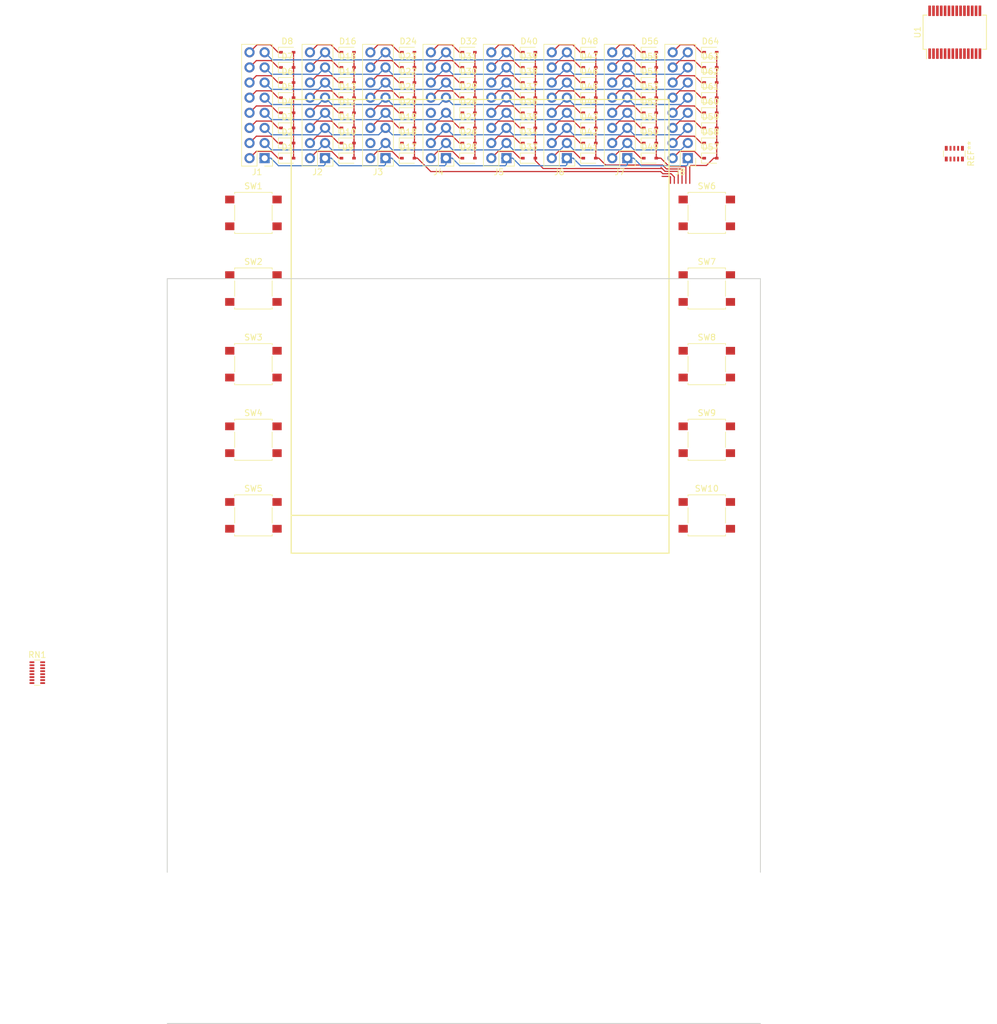
<source format=kicad_pcb>
(kicad_pcb (version 20171130) (host pcbnew "(5.0.2)-1")
  (layers (0 F.Cu signal) (31 B.Cu signal) (34 B.Paste user) (35 F.Paste user) (36 B.SilkS user) (37 F.SilkS user) (38 B.Mask user) (39 F.Mask user) (44 Edge.Cuts user))
  (net 0 "")
  (net 1 "Net-(U1-Pad9)")
  (net 2 "Net-(U1-Pad10)")
  (net 3 "Net-(U1-Pad11)")
  (net 4 "Net-(U1-Pad12)")
  (net 5 "Net-(U1-Pad13)")
  (net 6 "Net-(U1-Pad14)")
  (net 7 "Net-(U1-Pad15)")
  (net 8 "Net-(U1-Pad16)")
  (net 9 "Net-(U1-Pad17)")
  (net 10 "Net-(U1-Pad18)")
  (net 11 "Net-(U1-Pad19)")
  (net 12 "Net-(U1-Pad20)")
  (net 13 "Net-(D1-Pad1)")
  (net 14 "/Input Matrix/input_c0")
  (net 15 "Net-(D2-Pad1)")
  (net 16 "Net-(D3-Pad1)")
  (net 17 "Net-(D4-Pad1)")
  (net 18 "Net-(D5-Pad1)")
  (net 19 "Net-(D6-Pad1)")
  (net 20 "Net-(D7-Pad1)")
  (net 21 "Net-(D8-Pad1)")
  (net 22 "Net-(D9-Pad1)")
  (net 23 "/Input Matrix/input_c1")
  (net 24 "Net-(D10-Pad1)")
  (net 25 "Net-(D11-Pad1)")
  (net 26 "Net-(D12-Pad1)")
  (net 27 "Net-(D13-Pad1)")
  (net 28 "Net-(D14-Pad1)")
  (net 29 "Net-(D15-Pad1)")
  (net 30 "Net-(D16-Pad1)")
  (net 31 "Net-(D17-Pad1)")
  (net 32 "/Input Matrix/input_c2")
  (net 33 "Net-(D18-Pad1)")
  (net 34 "Net-(D19-Pad1)")
  (net 35 "Net-(D20-Pad1)")
  (net 36 "Net-(D21-Pad1)")
  (net 37 "Net-(D22-Pad1)")
  (net 38 "Net-(D23-Pad1)")
  (net 39 "Net-(D24-Pad1)")
  (net 40 "/Input Matrix/input_c3")
  (net 41 "Net-(D25-Pad1)")
  (net 42 "Net-(D26-Pad1)")
  (net 43 "Net-(D27-Pad1)")
  (net 44 "Net-(D28-Pad1)")
  (net 45 "Net-(D29-Pad1)")
  (net 46 "Net-(D30-Pad1)")
  (net 47 "Net-(D31-Pad1)")
  (net 48 "Net-(D32-Pad1)")
  (net 49 "Net-(D33-Pad1)")
  (net 50 "/Input Matrix/input_c4")
  (net 51 "Net-(D34-Pad1)")
  (net 52 "Net-(D35-Pad1)")
  (net 53 "Net-(D36-Pad1)")
  (net 54 "Net-(D37-Pad1)")
  (net 55 "Net-(D38-Pad1)")
  (net 56 "Net-(D39-Pad1)")
  (net 57 "Net-(D40-Pad1)")
  (net 58 "/Input Matrix/input_c5")
  (net 59 "Net-(D41-Pad1)")
  (net 60 "Net-(D42-Pad1)")
  (net 61 "Net-(D43-Pad1)")
  (net 62 "Net-(D44-Pad1)")
  (net 63 "Net-(D45-Pad1)")
  (net 64 "Net-(D46-Pad1)")
  (net 65 "Net-(D47-Pad1)")
  (net 66 "Net-(D48-Pad1)")
  (net 67 "/Input Matrix/input_c6")
  (net 68 "Net-(D49-Pad1)")
  (net 69 "Net-(D50-Pad1)")
  (net 70 "Net-(D51-Pad1)")
  (net 71 "Net-(D52-Pad1)")
  (net 72 "Net-(D53-Pad1)")
  (net 73 "Net-(D54-Pad1)")
  (net 74 "Net-(D55-Pad1)")
  (net 75 "Net-(D56-Pad1)")
  (net 76 "Net-(D57-Pad1)")
  (net 77 "/Input Matrix/input_c7")
  (net 78 "Net-(D58-Pad1)")
  (net 79 "Net-(D59-Pad1)")
  (net 80 "Net-(D60-Pad1)")
  (net 81 "Net-(D61-Pad1)")
  (net 82 "Net-(D62-Pad1)")
  (net 83 "Net-(D63-Pad1)")
  (net 84 "Net-(D64-Pad1)")
  (net 85 "/Input Matrix/input_r7")
  (net 86 "/Input Matrix/input_r6")
  (net 87 "/Input Matrix/input_r5")
  (net 88 "/Input Matrix/input_r4")
  (net 89 "/Input Matrix/input_r3")
  (net 90 "/Input Matrix/input_r2")
  (net 91 "/Input Matrix/input_r1")
  (net 92 "/Input Matrix/input_r0")
  (net 93 Earth)
  (net 94 "Net-(D3-Pad2)")
  (net 95 "Net-(D4-Pad2)")
  (net 96 "Net-(D5-Pad2)")
  (net 97 "Net-(J1-Pad5)")
  (net 98 "Net-(J1-Pad7)")
  (net 99 "Net-(J1-Pad9)")
  (module Diode_SMD:D_SOD-323 (layer F.Cu) (at 129.394989 3.253351)
    (fp_text reference D1 (at 0 -1.85) (layer F.SilkS))
    (fp_text value 1N4148)
    (pad 2 smd rect (at 1.05 0) (size 0.6 0.45) (layers F.Cu F.Paste F.Mask) (net 14 "/Input Matrix/input_c0"))
    (pad 1 smd rect (at -1.05 0) (size 0.6 0.45) (layers F.Cu F.Paste F.Mask) (net 13 "Net-(D1-Pad1)"))
  )
  (module Diode_SMD:D_SOD-323 (layer F.Cu) (at 129.394989 0.713351)
    (fp_text reference D2 (at 0 -1.85) (layer F.SilkS))
    (fp_text value 1N4148)
    (pad 2 smd rect (at 1.05 0) (size 0.6 0.45) (layers F.Cu F.Paste F.Mask) (net 14 "/Input Matrix/input_c0"))
    (pad 1 smd rect (at -1.05 0) (size 0.6 0.45) (layers F.Cu F.Paste F.Mask) (net 15 "Net-(D2-Pad1)"))
  )
  (module Diode_SMD:D_SOD-323 (layer F.Cu) (at 129.394989 -1.826649)
    (fp_text reference D3 (at 0 -1.85) (layer F.SilkS))
    (fp_text value 1N4148)
    (pad 1 smd rect (at -1.05 0) (size 0.6 0.45) (layers F.Cu F.Paste F.Mask) (net 16 "Net-(D3-Pad1)"))
    (pad 2 smd rect (at 1.05 0) (size 0.6 0.45) (layers F.Cu F.Paste F.Mask) (net 94 "Net-(D3-Pad2)"))
  )
  (module Diode_SMD:D_SOD-323 (layer F.Cu) (at 129.394989 -4.366649)
    (fp_text reference D4 (at 0 -1.85) (layer F.SilkS))
    (fp_text value 1N4148)
    (pad 2 smd rect (at 1.05 0) (size 0.6 0.45) (layers F.Cu F.Paste F.Mask) (net 95 "Net-(D4-Pad2)"))
    (pad 1 smd rect (at -1.05 0) (size 0.6 0.45) (layers F.Cu F.Paste F.Mask) (net 17 "Net-(D4-Pad1)"))
  )
  (module Diode_SMD:D_SOD-323 (layer F.Cu) (at 129.394989 -6.906649)
    (fp_text reference D5 (at 0 -1.85) (layer F.SilkS))
    (fp_text value 1N4148)
    (pad 2 smd rect (at 1.05 0) (size 0.6 0.45) (layers F.Cu F.Paste F.Mask) (net 96 "Net-(D5-Pad2)"))
    (pad 1 smd rect (at -1.05 0) (size 0.6 0.45) (layers F.Cu F.Paste F.Mask) (net 18 "Net-(D5-Pad1)"))
  )
  (module Diode_SMD:D_SOD-323 (layer F.Cu) (at 129.394989 -9.446649)
    (fp_text reference D6 (at 0 -1.85) (layer F.SilkS))
    (fp_text value 1N4148)
    (pad 1 smd rect (at -1.05 0) (size 0.6 0.45) (layers F.Cu F.Paste F.Mask) (net 19 "Net-(D6-Pad1)"))
    (pad 2 smd rect (at 1.05 0) (size 0.6 0.45) (layers F.Cu F.Paste F.Mask) (net 14 "/Input Matrix/input_c0"))
  )
  (module Diode_SMD:D_SOD-323 (layer F.Cu) (at 129.394989 -11.986649)
    (fp_text reference D7 (at 0 -1.85) (layer F.SilkS))
    (fp_text value 1N4148)
    (pad 2 smd rect (at 1.05 0) (size 0.6 0.45) (layers F.Cu F.Paste F.Mask) (net 14 "/Input Matrix/input_c0"))
    (pad 1 smd rect (at -1.05 0) (size 0.6 0.45) (layers F.Cu F.Paste F.Mask) (net 20 "Net-(D7-Pad1)"))
  )
  (module Diode_SMD:D_SOD-323 (layer F.Cu) (at 129.394989 -14.526649)
    (fp_text reference D8 (at 0 -1.85) (layer F.SilkS))
    (fp_text value 1N4148)
    (pad 1 smd rect (at -1.05 0) (size 0.6 0.45) (layers F.Cu F.Paste F.Mask) (net 21 "Net-(D8-Pad1)"))
    (pad 2 smd rect (at 1.05 0) (size 0.6 0.45) (layers F.Cu F.Paste F.Mask) (net 14 "/Input Matrix/input_c0"))
  )
  (module Diode_SMD:D_SOD-323 (layer F.Cu) (at 139.554989 3.253351)
    (fp_text reference D9 (at 0 -1.85) (layer F.SilkS))
    (fp_text value 1N4148)
    (pad 1 smd rect (at -1.05 0) (size 0.6 0.45) (layers F.Cu F.Paste F.Mask) (net 22 "Net-(D9-Pad1)"))
    (pad 2 smd rect (at 1.05 0) (size 0.6 0.45) (layers F.Cu F.Paste F.Mask) (net 23 "/Input Matrix/input_c1"))
  )
  (module Diode_SMD:D_SOD-323 (layer F.Cu) (at 139.554989 0.713351)
    (fp_text reference D10 (at 0 -1.85) (layer F.SilkS))
    (fp_text value 1N4148)
    (pad 1 smd rect (at -1.05 0) (size 0.6 0.45) (layers F.Cu F.Paste F.Mask) (net 24 "Net-(D10-Pad1)"))
    (pad 2 smd rect (at 1.05 0) (size 0.6 0.45) (layers F.Cu F.Paste F.Mask) (net 23 "/Input Matrix/input_c1"))
  )
  (module Diode_SMD:D_SOD-323 (layer F.Cu) (at 139.554989 -1.826649)
    (fp_text reference D11 (at 0 -1.85) (layer F.SilkS))
    (fp_text value 1N4148)
    (pad 1 smd rect (at -1.05 0) (size 0.6 0.45) (layers F.Cu F.Paste F.Mask) (net 25 "Net-(D11-Pad1)"))
    (pad 2 smd rect (at 1.05 0) (size 0.6 0.45) (layers F.Cu F.Paste F.Mask) (net 23 "/Input Matrix/input_c1"))
  )
  (module Diode_SMD:D_SOD-323 (layer F.Cu) (at 139.554989 -4.366649)
    (fp_text reference D12 (at 0 -1.85) (layer F.SilkS))
    (fp_text value 1N4148)
    (pad 1 smd rect (at -1.05 0) (size 0.6 0.45) (layers F.Cu F.Paste F.Mask) (net 26 "Net-(D12-Pad1)"))
    (pad 2 smd rect (at 1.05 0) (size 0.6 0.45) (layers F.Cu F.Paste F.Mask) (net 23 "/Input Matrix/input_c1"))
  )
  (module Diode_SMD:D_SOD-323 (layer F.Cu) (at 139.554989 -6.906649)
    (fp_text reference D13 (at 0 -1.85) (layer F.SilkS))
    (fp_text value 1N4148)
    (pad 1 smd rect (at -1.05 0) (size 0.6 0.45) (layers F.Cu F.Paste F.Mask) (net 27 "Net-(D13-Pad1)"))
    (pad 2 smd rect (at 1.05 0) (size 0.6 0.45) (layers F.Cu F.Paste F.Mask) (net 23 "/Input Matrix/input_c1"))
  )
  (module Diode_SMD:D_SOD-323 (layer F.Cu) (at 139.554989 -9.446649)
    (fp_text reference D14 (at 0 -1.85) (layer F.SilkS))
    (fp_text value 1N4148)
    (pad 2 smd rect (at 1.05 0) (size 0.6 0.45) (layers F.Cu F.Paste F.Mask) (net 23 "/Input Matrix/input_c1"))
    (pad 1 smd rect (at -1.05 0) (size 0.6 0.45) (layers F.Cu F.Paste F.Mask) (net 28 "Net-(D14-Pad1)"))
  )
  (module Diode_SMD:D_SOD-323 (layer F.Cu) (at 139.554989 -11.986649)
    (fp_text reference D15 (at 0 -1.85) (layer F.SilkS))
    (fp_text value 1N4148)
    (pad 2 smd rect (at 1.05 0) (size 0.6 0.45) (layers F.Cu F.Paste F.Mask) (net 23 "/Input Matrix/input_c1"))
    (pad 1 smd rect (at -1.05 0) (size 0.6 0.45) (layers F.Cu F.Paste F.Mask) (net 29 "Net-(D15-Pad1)"))
  )
  (module Diode_SMD:D_SOD-323 (layer F.Cu) (at 139.554989 -14.526649)
    (fp_text reference D16 (at 0 -1.85) (layer F.SilkS))
    (fp_text value 1N4148)
    (pad 2 smd rect (at 1.05 0) (size 0.6 0.45) (layers F.Cu F.Paste F.Mask) (net 23 "/Input Matrix/input_c1"))
    (pad 1 smd rect (at -1.05 0) (size 0.6 0.45) (layers F.Cu F.Paste F.Mask) (net 30 "Net-(D16-Pad1)"))
  )
  (module Diode_SMD:D_SOD-323 (layer F.Cu) (at 149.714989 3.253351)
    (fp_text reference D17 (at 0 -1.85) (layer F.SilkS))
    (fp_text value 1N4148)
    (pad 2 smd rect (at 1.05 0) (size 0.6 0.45) (layers F.Cu F.Paste F.Mask) (net 32 "/Input Matrix/input_c2"))
    (pad 1 smd rect (at -1.05 0) (size 0.6 0.45) (layers F.Cu F.Paste F.Mask) (net 31 "Net-(D17-Pad1)"))
  )
  (module Diode_SMD:D_SOD-323 (layer F.Cu) (at 149.714989 0.713351)
    (fp_text reference D18 (at 0 -1.85) (layer F.SilkS))
    (fp_text value 1N4148)
    (pad 2 smd rect (at 1.05 0) (size 0.6 0.45) (layers F.Cu F.Paste F.Mask) (net 32 "/Input Matrix/input_c2"))
    (pad 1 smd rect (at -1.05 0) (size 0.6 0.45) (layers F.Cu F.Paste F.Mask) (net 33 "Net-(D18-Pad1)"))
  )
  (module Diode_SMD:D_SOD-323 (layer F.Cu) (at 149.714989 -1.826649)
    (fp_text reference D19 (at 0 -1.85) (layer F.SilkS))
    (fp_text value 1N4148)
    (pad 2 smd rect (at 1.05 0) (size 0.6 0.45) (layers F.Cu F.Paste F.Mask) (net 32 "/Input Matrix/input_c2"))
    (pad 1 smd rect (at -1.05 0) (size 0.6 0.45) (layers F.Cu F.Paste F.Mask) (net 34 "Net-(D19-Pad1)"))
  )
  (module Diode_SMD:D_SOD-323 (layer F.Cu) (at 149.714989 -4.366649)
    (fp_text reference D20 (at 0 -1.85) (layer F.SilkS))
    (fp_text value 1N4148)
    (pad 2 smd rect (at 1.05 0) (size 0.6 0.45) (layers F.Cu F.Paste F.Mask) (net 32 "/Input Matrix/input_c2"))
    (pad 1 smd rect (at -1.05 0) (size 0.6 0.45) (layers F.Cu F.Paste F.Mask) (net 35 "Net-(D20-Pad1)"))
  )
  (module Diode_SMD:D_SOD-323 (layer F.Cu) (at 149.714989 -6.906649)
    (fp_text reference D21 (at 0 -1.85) (layer F.SilkS))
    (fp_text value 1N4148)
    (pad 1 smd rect (at -1.05 0) (size 0.6 0.45) (layers F.Cu F.Paste F.Mask) (net 36 "Net-(D21-Pad1)"))
    (pad 2 smd rect (at 1.05 0) (size 0.6 0.45) (layers F.Cu F.Paste F.Mask) (net 32 "/Input Matrix/input_c2"))
  )
  (module Diode_SMD:D_SOD-323 (layer F.Cu) (at 149.714989 -9.446649)
    (fp_text reference D22 (at 0 -1.85) (layer F.SilkS))
    (fp_text value 1N4148)
    (pad 1 smd rect (at -1.05 0) (size 0.6 0.45) (layers F.Cu F.Paste F.Mask) (net 37 "Net-(D22-Pad1)"))
    (pad 2 smd rect (at 1.05 0) (size 0.6 0.45) (layers F.Cu F.Paste F.Mask) (net 32 "/Input Matrix/input_c2"))
  )
  (module Diode_SMD:D_SOD-323 (layer F.Cu) (at 149.714989 -11.986649)
    (fp_text reference D23 (at 0 -1.85) (layer F.SilkS))
    (fp_text value 1N4148)
    (pad 1 smd rect (at -1.05 0) (size 0.6 0.45) (layers F.Cu F.Paste F.Mask) (net 38 "Net-(D23-Pad1)"))
    (pad 2 smd rect (at 1.05 0) (size 0.6 0.45) (layers F.Cu F.Paste F.Mask) (net 32 "/Input Matrix/input_c2"))
  )
  (module Diode_SMD:D_SOD-323 (layer F.Cu) (at 149.714989 -14.526649)
    (fp_text reference D24 (at 0 -1.85) (layer F.SilkS))
    (fp_text value 1N4148)
    (pad 1 smd rect (at -1.05 0) (size 0.6 0.45) (layers F.Cu F.Paste F.Mask) (net 39 "Net-(D24-Pad1)"))
    (pad 2 smd rect (at 1.05 0) (size 0.6 0.45) (layers F.Cu F.Paste F.Mask) (net 32 "/Input Matrix/input_c2"))
  )
  (module Diode_SMD:D_SOD-323 (layer F.Cu) (at 159.874989 3.253351)
    (fp_text reference D25 (at 0 -1.85) (layer F.SilkS))
    (fp_text value 1N4148)
    (pad 1 smd rect (at -1.05 0) (size 0.6 0.45) (layers F.Cu F.Paste F.Mask) (net 41 "Net-(D25-Pad1)"))
    (pad 2 smd rect (at 1.05 0) (size 0.6 0.45) (layers F.Cu F.Paste F.Mask) (net 40 "/Input Matrix/input_c3"))
  )
  (module Diode_SMD:D_SOD-323 (layer F.Cu) (at 159.874989 0.713351)
    (fp_text reference D26 (at 0 -1.85) (layer F.SilkS))
    (fp_text value 1N4148)
    (pad 1 smd rect (at -1.05 0) (size 0.6 0.45) (layers F.Cu F.Paste F.Mask) (net 42 "Net-(D26-Pad1)"))
    (pad 2 smd rect (at 1.05 0) (size 0.6 0.45) (layers F.Cu F.Paste F.Mask) (net 40 "/Input Matrix/input_c3"))
  )
  (module Diode_SMD:D_SOD-323 (layer F.Cu) (at 159.874989 -1.826649)
    (fp_text reference D27 (at 0 -1.85) (layer F.SilkS))
    (fp_text value 1N4148)
    (pad 1 smd rect (at -1.05 0) (size 0.6 0.45) (layers F.Cu F.Paste F.Mask) (net 43 "Net-(D27-Pad1)"))
    (pad 2 smd rect (at 1.05 0) (size 0.6 0.45) (layers F.Cu F.Paste F.Mask) (net 40 "/Input Matrix/input_c3"))
  )
  (module Diode_SMD:D_SOD-323 (layer F.Cu) (at 159.874989 -4.366649)
    (fp_text reference D28 (at 0 -1.85) (layer F.SilkS))
    (fp_text value 1N4148)
    (pad 1 smd rect (at -1.05 0) (size 0.6 0.45) (layers F.Cu F.Paste F.Mask) (net 44 "Net-(D28-Pad1)"))
    (pad 2 smd rect (at 1.05 0) (size 0.6 0.45) (layers F.Cu F.Paste F.Mask) (net 40 "/Input Matrix/input_c3"))
  )
  (module Diode_SMD:D_SOD-323 (layer F.Cu) (at 159.874989 -6.906649)
    (fp_text reference D29 (at 0 -1.85) (layer F.SilkS))
    (fp_text value 1N4148)
    (pad 2 smd rect (at 1.05 0) (size 0.6 0.45) (layers F.Cu F.Paste F.Mask) (net 40 "/Input Matrix/input_c3"))
    (pad 1 smd rect (at -1.05 0) (size 0.6 0.45) (layers F.Cu F.Paste F.Mask) (net 45 "Net-(D29-Pad1)"))
  )
  (module Diode_SMD:D_SOD-323 (layer F.Cu) (at 159.874989 -9.446649)
    (fp_text reference D30 (at 0 -1.85) (layer F.SilkS))
    (fp_text value 1N4148)
    (pad 2 smd rect (at 1.05 0) (size 0.6 0.45) (layers F.Cu F.Paste F.Mask) (net 40 "/Input Matrix/input_c3"))
    (pad 1 smd rect (at -1.05 0) (size 0.6 0.45) (layers F.Cu F.Paste F.Mask) (net 46 "Net-(D30-Pad1)"))
  )
  (module Diode_SMD:D_SOD-323 (layer F.Cu) (at 159.874989 -11.986649)
    (fp_text reference D31 (at 0 -1.85) (layer F.SilkS))
    (fp_text value 1N4148)
    (pad 2 smd rect (at 1.05 0) (size 0.6 0.45) (layers F.Cu F.Paste F.Mask) (net 40 "/Input Matrix/input_c3"))
    (pad 1 smd rect (at -1.05 0) (size 0.6 0.45) (layers F.Cu F.Paste F.Mask) (net 47 "Net-(D31-Pad1)"))
  )
  (module Diode_SMD:D_SOD-323 (layer F.Cu) (at 159.874989 -14.526649)
    (fp_text reference D32 (at 0 -1.85) (layer F.SilkS))
    (fp_text value 1N4148)
    (pad 2 smd rect (at 1.05 0) (size 0.6 0.45) (layers F.Cu F.Paste F.Mask) (net 40 "/Input Matrix/input_c3"))
    (pad 1 smd rect (at -1.05 0) (size 0.6 0.45) (layers F.Cu F.Paste F.Mask) (net 48 "Net-(D32-Pad1)"))
  )
  (module Diode_SMD:D_SOD-323 (layer F.Cu) (at 170.034989 3.253351)
    (fp_text reference D33 (at 0 -1.85) (layer F.SilkS))
    (fp_text value 1N4148)
    (pad 2 smd rect (at 1.05 0) (size 0.6 0.45) (layers F.Cu F.Paste F.Mask) (net 50 "/Input Matrix/input_c4"))
    (pad 1 smd rect (at -1.05 0) (size 0.6 0.45) (layers F.Cu F.Paste F.Mask) (net 49 "Net-(D33-Pad1)"))
  )
  (module Diode_SMD:D_SOD-323 (layer F.Cu) (at 170.034989 0.713351)
    (fp_text reference D34 (at 0 -1.85) (layer F.SilkS))
    (fp_text value 1N4148)
    (pad 2 smd rect (at 1.05 0) (size 0.6 0.45) (layers F.Cu F.Paste F.Mask) (net 50 "/Input Matrix/input_c4"))
    (pad 1 smd rect (at -1.05 0) (size 0.6 0.45) (layers F.Cu F.Paste F.Mask) (net 51 "Net-(D34-Pad1)"))
  )
  (module Diode_SMD:D_SOD-323 (layer F.Cu) (at 170.034989 -1.826649)
    (fp_text reference D35 (at 0 -1.85) (layer F.SilkS))
    (fp_text value 1N4148)
    (pad 2 smd rect (at 1.05 0) (size 0.6 0.45) (layers F.Cu F.Paste F.Mask) (net 50 "/Input Matrix/input_c4"))
    (pad 1 smd rect (at -1.05 0) (size 0.6 0.45) (layers F.Cu F.Paste F.Mask) (net 52 "Net-(D35-Pad1)"))
  )
  (module Diode_SMD:D_SOD-323 (layer F.Cu) (at 170.034989 -4.366649)
    (fp_text reference D36 (at 0 -1.85) (layer F.SilkS))
    (fp_text value 1N4148)
    (pad 2 smd rect (at 1.05 0) (size 0.6 0.45) (layers F.Cu F.Paste F.Mask) (net 50 "/Input Matrix/input_c4"))
    (pad 1 smd rect (at -1.05 0) (size 0.6 0.45) (layers F.Cu F.Paste F.Mask) (net 53 "Net-(D36-Pad1)"))
  )
  (module Diode_SMD:D_SOD-323 (layer F.Cu) (at 170.034989 -6.906649)
    (fp_text reference D37 (at 0 -1.85) (layer F.SilkS))
    (fp_text value 1N4148)
    (pad 1 smd rect (at -1.05 0) (size 0.6 0.45) (layers F.Cu F.Paste F.Mask) (net 54 "Net-(D37-Pad1)"))
    (pad 2 smd rect (at 1.05 0) (size 0.6 0.45) (layers F.Cu F.Paste F.Mask) (net 50 "/Input Matrix/input_c4"))
  )
  (module Diode_SMD:D_SOD-323 (layer F.Cu) (at 170.034989 -9.446649)
    (fp_text reference D38 (at 0 -1.85) (layer F.SilkS))
    (fp_text value 1N4148)
    (pad 1 smd rect (at -1.05 0) (size 0.6 0.45) (layers F.Cu F.Paste F.Mask) (net 55 "Net-(D38-Pad1)"))
    (pad 2 smd rect (at 1.05 0) (size 0.6 0.45) (layers F.Cu F.Paste F.Mask) (net 50 "/Input Matrix/input_c4"))
  )
  (module Diode_SMD:D_SOD-323 (layer F.Cu) (at 170.034989 -11.986649)
    (fp_text reference D39 (at 0 -1.85) (layer F.SilkS))
    (fp_text value 1N4148)
    (pad 1 smd rect (at -1.05 0) (size 0.6 0.45) (layers F.Cu F.Paste F.Mask) (net 56 "Net-(D39-Pad1)"))
    (pad 2 smd rect (at 1.05 0) (size 0.6 0.45) (layers F.Cu F.Paste F.Mask) (net 50 "/Input Matrix/input_c4"))
  )
  (module Diode_SMD:D_SOD-323 (layer F.Cu) (at 170.034989 -14.526649)
    (fp_text reference D40 (at 0 -1.85) (layer F.SilkS))
    (fp_text value 1N4148)
    (pad 1 smd rect (at -1.05 0) (size 0.6 0.45) (layers F.Cu F.Paste F.Mask) (net 57 "Net-(D40-Pad1)"))
    (pad 2 smd rect (at 1.05 0) (size 0.6 0.45) (layers F.Cu F.Paste F.Mask) (net 50 "/Input Matrix/input_c4"))
  )
  (module Diode_SMD:D_SOD-323 (layer F.Cu) (at 180.194989 3.253351)
    (fp_text reference D41 (at 0 -1.85) (layer F.SilkS))
    (fp_text value 1N4148)
    (pad 1 smd rect (at -1.05 0) (size 0.6 0.45) (layers F.Cu F.Paste F.Mask) (net 59 "Net-(D41-Pad1)"))
    (pad 2 smd rect (at 1.05 0) (size 0.6 0.45) (layers F.Cu F.Paste F.Mask) (net 58 "/Input Matrix/input_c5"))
  )
  (module Diode_SMD:D_SOD-323 (layer F.Cu) (at 180.194989 0.713351)
    (fp_text reference D42 (at 0 -1.85) (layer F.SilkS))
    (fp_text value 1N4148)
    (pad 1 smd rect (at -1.05 0) (size 0.6 0.45) (layers F.Cu F.Paste F.Mask) (net 60 "Net-(D42-Pad1)"))
    (pad 2 smd rect (at 1.05 0) (size 0.6 0.45) (layers F.Cu F.Paste F.Mask) (net 58 "/Input Matrix/input_c5"))
  )
  (module Diode_SMD:D_SOD-323 (layer F.Cu) (at 180.194989 -1.826649)
    (fp_text reference D43 (at 0 -1.85) (layer F.SilkS))
    (fp_text value 1N4148)
    (pad 1 smd rect (at -1.05 0) (size 0.6 0.45) (layers F.Cu F.Paste F.Mask) (net 61 "Net-(D43-Pad1)"))
    (pad 2 smd rect (at 1.05 0) (size 0.6 0.45) (layers F.Cu F.Paste F.Mask) (net 58 "/Input Matrix/input_c5"))
  )
  (module Diode_SMD:D_SOD-323 (layer F.Cu) (at 180.194989 -4.366649)
    (fp_text reference D44 (at 0 -1.85) (layer F.SilkS))
    (fp_text value 1N4148)
    (pad 2 smd rect (at 1.05 0) (size 0.6 0.45) (layers F.Cu F.Paste F.Mask) (net 58 "/Input Matrix/input_c5"))
    (pad 1 smd rect (at -1.05 0) (size 0.6 0.45) (layers F.Cu F.Paste F.Mask) (net 62 "Net-(D44-Pad1)"))
  )
  (module Diode_SMD:D_SOD-323 (layer F.Cu) (at 180.194989 -6.906649)
    (fp_text reference D45 (at 0 -1.85) (layer F.SilkS))
    (fp_text value 1N4148)
    (pad 2 smd rect (at 1.05 0) (size 0.6 0.45) (layers F.Cu F.Paste F.Mask) (net 58 "/Input Matrix/input_c5"))
    (pad 1 smd rect (at -1.05 0) (size 0.6 0.45) (layers F.Cu F.Paste F.Mask) (net 63 "Net-(D45-Pad1)"))
  )
  (module Diode_SMD:D_SOD-323 (layer F.Cu) (at 180.194989 -9.446649)
    (fp_text reference D46 (at 0 -1.85) (layer F.SilkS))
    (fp_text value 1N4148)
    (pad 2 smd rect (at 1.05 0) (size 0.6 0.45) (layers F.Cu F.Paste F.Mask) (net 58 "/Input Matrix/input_c5"))
    (pad 1 smd rect (at -1.05 0) (size 0.6 0.45) (layers F.Cu F.Paste F.Mask) (net 64 "Net-(D46-Pad1)"))
  )
  (module Diode_SMD:D_SOD-323 (layer F.Cu) (at 180.194989 -11.986649)
    (fp_text reference D47 (at 0 -1.85) (layer F.SilkS))
    (fp_text value 1N4148)
    (pad 2 smd rect (at 1.05 0) (size 0.6 0.45) (layers F.Cu F.Paste F.Mask) (net 58 "/Input Matrix/input_c5"))
    (pad 1 smd rect (at -1.05 0) (size 0.6 0.45) (layers F.Cu F.Paste F.Mask) (net 65 "Net-(D47-Pad1)"))
  )
  (module Diode_SMD:D_SOD-323 (layer F.Cu) (at 180.194989 -14.526649)
    (fp_text reference D48 (at 0 -1.85) (layer F.SilkS))
    (fp_text value 1N4148)
    (pad 2 smd rect (at 1.05 0) (size 0.6 0.45) (layers F.Cu F.Paste F.Mask) (net 58 "/Input Matrix/input_c5"))
    (pad 1 smd rect (at -1.05 0) (size 0.6 0.45) (layers F.Cu F.Paste F.Mask) (net 66 "Net-(D48-Pad1)"))
  )
  (module Diode_SMD:D_SOD-323 (layer F.Cu) (at 190.354989 3.253351)
    (fp_text reference D49 (at 0 -1.85) (layer F.SilkS))
    (fp_text value 1N4148)
    (pad 2 smd rect (at 1.05 0) (size 0.6 0.45) (layers F.Cu F.Paste F.Mask) (net 67 "/Input Matrix/input_c6"))
    (pad 1 smd rect (at -1.05 0) (size 0.6 0.45) (layers F.Cu F.Paste F.Mask) (net 68 "Net-(D49-Pad1)"))
  )
  (module Diode_SMD:D_SOD-323 (layer F.Cu) (at 190.354989 0.713351)
    (fp_text reference D50 (at 0 -1.85) (layer F.SilkS))
    (fp_text value 1N4148)
    (pad 2 smd rect (at 1.05 0) (size 0.6 0.45) (layers F.Cu F.Paste F.Mask) (net 67 "/Input Matrix/input_c6"))
    (pad 1 smd rect (at -1.05 0) (size 0.6 0.45) (layers F.Cu F.Paste F.Mask) (net 69 "Net-(D50-Pad1)"))
  )
  (module Diode_SMD:D_SOD-323 (layer F.Cu) (at 190.354989 -1.826649)
    (fp_text reference D51 (at 0 -1.85) (layer F.SilkS))
    (fp_text value 1N4148)
    (pad 2 smd rect (at 1.05 0) (size 0.6 0.45) (layers F.Cu F.Paste F.Mask) (net 67 "/Input Matrix/input_c6"))
    (pad 1 smd rect (at -1.05 0) (size 0.6 0.45) (layers F.Cu F.Paste F.Mask) (net 70 "Net-(D51-Pad1)"))
  )
  (module Diode_SMD:D_SOD-323 (layer F.Cu) (at 190.354989 -4.366649)
    (fp_text reference D52 (at 0 -1.85) (layer F.SilkS))
    (fp_text value 1N4148)
    (pad 1 smd rect (at -1.05 0) (size 0.6 0.45) (layers F.Cu F.Paste F.Mask) (net 71 "Net-(D52-Pad1)"))
    (pad 2 smd rect (at 1.05 0) (size 0.6 0.45) (layers F.Cu F.Paste F.Mask) (net 67 "/Input Matrix/input_c6"))
  )
  (module Diode_SMD:D_SOD-323 (layer F.Cu) (at 190.354989 -6.906649)
    (fp_text reference D53 (at 0 -1.85) (layer F.SilkS))
    (fp_text value 1N4148)
    (pad 1 smd rect (at -1.05 0) (size 0.6 0.45) (layers F.Cu F.Paste F.Mask) (net 72 "Net-(D53-Pad1)"))
    (pad 2 smd rect (at 1.05 0) (size 0.6 0.45) (layers F.Cu F.Paste F.Mask) (net 67 "/Input Matrix/input_c6"))
  )
  (module Diode_SMD:D_SOD-323 (layer F.Cu) (at 190.354989 -9.446649)
    (fp_text reference D54 (at 0 -1.85) (layer F.SilkS))
    (fp_text value 1N4148)
    (pad 1 smd rect (at -1.05 0) (size 0.6 0.45) (layers F.Cu F.Paste F.Mask) (net 73 "Net-(D54-Pad1)"))
    (pad 2 smd rect (at 1.05 0) (size 0.6 0.45) (layers F.Cu F.Paste F.Mask) (net 67 "/Input Matrix/input_c6"))
  )
  (module Diode_SMD:D_SOD-323 (layer F.Cu) (at 190.354989 -11.986649)
    (fp_text reference D55 (at 0 -1.85) (layer F.SilkS))
    (fp_text value 1N4148)
    (pad 1 smd rect (at -1.05 0) (size 0.6 0.45) (layers F.Cu F.Paste F.Mask) (net 74 "Net-(D55-Pad1)"))
    (pad 2 smd rect (at 1.05 0) (size 0.6 0.45) (layers F.Cu F.Paste F.Mask) (net 67 "/Input Matrix/input_c6"))
  )
  (module Diode_SMD:D_SOD-323 (layer F.Cu) (at 190.354989 -14.526649)
    (fp_text reference D56 (at 0 -1.85) (layer F.SilkS))
    (fp_text value 1N4148)
    (pad 1 smd rect (at -1.05 0) (size 0.6 0.45) (layers F.Cu F.Paste F.Mask) (net 75 "Net-(D56-Pad1)"))
    (pad 2 smd rect (at 1.05 0) (size 0.6 0.45) (layers F.Cu F.Paste F.Mask) (net 67 "/Input Matrix/input_c6"))
  )
  (module Diode_SMD:D_SOD-323 (layer F.Cu) (at 200.514989 3.253351)
    (fp_text reference D57 (at 0 -1.85) (layer F.SilkS))
    (fp_text value 1N4148)
    (pad 1 smd rect (at -1.05 0) (size 0.6 0.45) (layers F.Cu F.Paste F.Mask) (net 76 "Net-(D57-Pad1)"))
    (pad 2 smd rect (at 1.05 0) (size 0.6 0.45) (layers F.Cu F.Paste F.Mask) (net 77 "/Input Matrix/input_c7"))
  )
  (module Diode_SMD:D_SOD-323 (layer F.Cu) (at 200.514989 0.713351)
    (fp_text reference D58 (at 0 -1.85) (layer F.SilkS))
    (fp_text value 1N4148)
    (pad 1 smd rect (at -1.05 0) (size 0.6 0.45) (layers F.Cu F.Paste F.Mask) (net 78 "Net-(D58-Pad1)"))
    (pad 2 smd rect (at 1.05 0) (size 0.6 0.45) (layers F.Cu F.Paste F.Mask) (net 77 "/Input Matrix/input_c7"))
  )
  (module Diode_SMD:D_SOD-323 (layer F.Cu) (at 200.514989 -1.826649)
    (fp_text reference D59 (at 0 -1.85) (layer F.SilkS))
    (fp_text value 1N4148)
    (pad 1 smd rect (at -1.05 0) (size 0.6 0.45) (layers F.Cu F.Paste F.Mask) (net 79 "Net-(D59-Pad1)"))
    (pad 2 smd rect (at 1.05 0) (size 0.6 0.45) (layers F.Cu F.Paste F.Mask) (net 77 "/Input Matrix/input_c7"))
  )
  (module Diode_SMD:D_SOD-323 (layer F.Cu) (at 200.514989 -4.366649)
    (fp_text reference D60 (at 0 -1.85) (layer F.SilkS))
    (fp_text value 1N4148)
    (pad 2 smd rect (at 1.05 0) (size 0.6 0.45) (layers F.Cu F.Paste F.Mask) (net 77 "/Input Matrix/input_c7"))
    (pad 1 smd rect (at -1.05 0) (size 0.6 0.45) (layers F.Cu F.Paste F.Mask) (net 80 "Net-(D60-Pad1)"))
  )
  (module Diode_SMD:D_SOD-323 (layer F.Cu) (at 200.514989 -6.906649)
    (fp_text reference D61 (at 0 -1.85) (layer F.SilkS))
    (fp_text value 1N4148)
    (pad 2 smd rect (at 1.05 0) (size 0.6 0.45) (layers F.Cu F.Paste F.Mask) (net 77 "/Input Matrix/input_c7"))
    (pad 1 smd rect (at -1.05 0) (size 0.6 0.45) (layers F.Cu F.Paste F.Mask) (net 81 "Net-(D61-Pad1)"))
  )
  (module Diode_SMD:D_SOD-323 (layer F.Cu) (at 200.514989 -9.446649)
    (fp_text reference D62 (at 0 -1.85) (layer F.SilkS))
    (fp_text value 1N4148)
    (pad 1 smd rect (at -1.05 0) (size 0.6 0.45) (layers F.Cu F.Paste F.Mask) (net 82 "Net-(D62-Pad1)"))
    (pad 2 smd rect (at 1.05 0) (size 0.6 0.45) (layers F.Cu F.Paste F.Mask) (net 77 "/Input Matrix/input_c7"))
  )
  (module Diode_SMD:D_SOD-323 (layer F.Cu) (at 200.514989 -11.986649)
    (fp_text reference D63 (at 0 -1.85) (layer F.SilkS))
    (fp_text value 1N4148)
    (pad 2 smd rect (at 1.05 0) (size 0.6 0.45) (layers F.Cu F.Paste F.Mask) (net 77 "/Input Matrix/input_c7"))
    (pad 1 smd rect (at -1.05 0) (size 0.6 0.45) (layers F.Cu F.Paste F.Mask) (net 83 "Net-(D63-Pad1)"))
  )
  (module Diode_SMD:D_SOD-323 (layer F.Cu) (at 200.514989 -14.526649)
    (fp_text reference D64 (at 0 -1.85) (layer F.SilkS))
    (fp_text value 1N4148)
    (pad 2 smd rect (at 1.05 0) (size 0.6 0.45) (layers F.Cu F.Paste F.Mask) (net 77 "/Input Matrix/input_c7"))
    (pad 1 smd rect (at -1.05 0) (size 0.6 0.45) (layers F.Cu F.Paste F.Mask) (net 84 "Net-(D64-Pad1)"))
  )
  (module Connector_PinHeader_2.54mm:PinHeader_2x08_P2.54mm_Vertical (layer F.Cu) (at 125.584989 3.253351 180)
    (fp_text reference J1 (at 1.27 -2.33 180) (layer F.SilkS))
    (fp_text value JumpSwitch)
    (pad 1 thru_hole rect (at 0 0 180) (size 1.7 1.7) (drill 1) (layers *.Cu *.Mask) (net 92 "/Input Matrix/input_r0"))
    (pad 2 thru_hole oval (at 2.54 0 180) (size 1.7 1.7) (drill 1) (layers *.Cu *.Mask) (net 13 "Net-(D1-Pad1)"))
    (pad 3 thru_hole oval (at 0 2.54 180) (size 1.7 1.7) (drill 1) (layers *.Cu *.Mask) (net 91 "/Input Matrix/input_r1"))
    (pad 4 thru_hole oval (at 2.54 2.54 180) (size 1.7 1.7) (drill 1) (layers *.Cu *.Mask) (net 15 "Net-(D2-Pad1)"))
    (pad 5 thru_hole oval (at 0 5.08 180) (size 1.7 1.7) (drill 1) (layers *.Cu *.Mask) (net 97 "Net-(J1-Pad5)"))
    (pad 6 thru_hole oval (at 2.54 5.08 180) (size 1.7 1.7) (drill 1) (layers *.Cu *.Mask) (net 16 "Net-(D3-Pad1)"))
    (pad 7 thru_hole oval (at 0 7.62 180) (size 1.7 1.7) (drill 1) (layers *.Cu *.Mask) (net 98 "Net-(J1-Pad7)"))
    (pad 8 thru_hole oval (at 2.54 7.62 180) (size 1.7 1.7) (drill 1) (layers *.Cu *.Mask) (net 17 "Net-(D4-Pad1)"))
    (pad 9 thru_hole oval (at 0 10.16 180) (size 1.7 1.7) (drill 1) (layers *.Cu *.Mask) (net 99 "Net-(J1-Pad9)"))
    (pad 10 thru_hole oval (at 2.54 10.16 180) (size 1.7 1.7) (drill 1) (layers *.Cu *.Mask) (net 18 "Net-(D5-Pad1)"))
    (pad 11 thru_hole oval (at 0 12.7 180) (size 1.7 1.7) (drill 1) (layers *.Cu *.Mask) (net 87 "/Input Matrix/input_r5"))
    (pad 12 thru_hole oval (at 2.54 12.7 180) (size 1.7 1.7) (drill 1) (layers *.Cu *.Mask) (net 19 "Net-(D6-Pad1)"))
    (pad 13 thru_hole oval (at 0 15.24 180) (size 1.7 1.7) (drill 1) (layers *.Cu *.Mask) (net 86 "/Input Matrix/input_r6"))
    (pad 14 thru_hole oval (at 2.54 15.24 180) (size 1.7 1.7) (drill 1) (layers *.Cu *.Mask) (net 20 "Net-(D7-Pad1)"))
    (pad 15 thru_hole oval (at 0 17.78 180) (size 1.7 1.7) (drill 1) (layers *.Cu *.Mask) (net 85 "/Input Matrix/input_r7"))
    (pad 16 thru_hole oval (at 2.54 17.78 180) (size 1.7 1.7) (drill 1) (layers *.Cu *.Mask) (net 21 "Net-(D8-Pad1)"))
  )
  (module Connector_PinHeader_2.54mm:PinHeader_2x08_P2.54mm_Vertical (layer F.Cu) (at 135.744989 3.253351 180)
    (fp_text reference J2 (at 1.27 -2.33 180) (layer F.SilkS))
    (fp_text value JumpSwitch)
    (pad 16 thru_hole oval (at 2.54 17.78 180) (size 1.7 1.7) (drill 1) (layers *.Cu *.Mask) (net 30 "Net-(D16-Pad1)"))
    (pad 15 thru_hole oval (at 0 17.78 180) (size 1.7 1.7) (drill 1) (layers *.Cu *.Mask) (net 85 "/Input Matrix/input_r7"))
    (pad 14 thru_hole oval (at 2.54 15.24 180) (size 1.7 1.7) (drill 1) (layers *.Cu *.Mask) (net 29 "Net-(D15-Pad1)"))
    (pad 13 thru_hole oval (at 0 15.24 180) (size 1.7 1.7) (drill 1) (layers *.Cu *.Mask) (net 86 "/Input Matrix/input_r6"))
    (pad 12 thru_hole oval (at 2.54 12.7 180) (size 1.7 1.7) (drill 1) (layers *.Cu *.Mask) (net 28 "Net-(D14-Pad1)"))
    (pad 11 thru_hole oval (at 0 12.7 180) (size 1.7 1.7) (drill 1) (layers *.Cu *.Mask) (net 87 "/Input Matrix/input_r5"))
    (pad 10 thru_hole oval (at 2.54 10.16 180) (size 1.7 1.7) (drill 1) (layers *.Cu *.Mask) (net 27 "Net-(D13-Pad1)"))
    (pad 9 thru_hole oval (at 0 10.16 180) (size 1.7 1.7) (drill 1) (layers *.Cu *.Mask) (net 88 "/Input Matrix/input_r4"))
    (pad 8 thru_hole oval (at 2.54 7.62 180) (size 1.7 1.7) (drill 1) (layers *.Cu *.Mask) (net 26 "Net-(D12-Pad1)"))
    (pad 7 thru_hole oval (at 0 7.62 180) (size 1.7 1.7) (drill 1) (layers *.Cu *.Mask) (net 89 "/Input Matrix/input_r3"))
    (pad 6 thru_hole oval (at 2.54 5.08 180) (size 1.7 1.7) (drill 1) (layers *.Cu *.Mask) (net 25 "Net-(D11-Pad1)"))
    (pad 5 thru_hole oval (at 0 5.08 180) (size 1.7 1.7) (drill 1) (layers *.Cu *.Mask) (net 90 "/Input Matrix/input_r2"))
    (pad 4 thru_hole oval (at 2.54 2.54 180) (size 1.7 1.7) (drill 1) (layers *.Cu *.Mask) (net 24 "Net-(D10-Pad1)"))
    (pad 3 thru_hole oval (at 0 2.54 180) (size 1.7 1.7) (drill 1) (layers *.Cu *.Mask) (net 91 "/Input Matrix/input_r1"))
    (pad 2 thru_hole oval (at 2.54 0 180) (size 1.7 1.7) (drill 1) (layers *.Cu *.Mask) (net 22 "Net-(D9-Pad1)"))
    (pad 1 thru_hole rect (at 0 0 180) (size 1.7 1.7) (drill 1) (layers *.Cu *.Mask) (net 92 "/Input Matrix/input_r0"))
  )
  (module Connector_PinHeader_2.54mm:PinHeader_2x08_P2.54mm_Vertical (layer F.Cu) (at 145.904989 3.253351 180)
    (fp_text reference J3 (at 1.27 -2.33 180) (layer F.SilkS))
    (fp_text value JumpSwitch)
    (pad 1 thru_hole rect (at 0 0 180) (size 1.7 1.7) (drill 1) (layers *.Cu *.Mask) (net 92 "/Input Matrix/input_r0"))
    (pad 2 thru_hole oval (at 2.54 0 180) (size 1.7 1.7) (drill 1) (layers *.Cu *.Mask) (net 31 "Net-(D17-Pad1)"))
    (pad 3 thru_hole oval (at 0 2.54 180) (size 1.7 1.7) (drill 1) (layers *.Cu *.Mask) (net 91 "/Input Matrix/input_r1"))
    (pad 4 thru_hole oval (at 2.54 2.54 180) (size 1.7 1.7) (drill 1) (layers *.Cu *.Mask) (net 33 "Net-(D18-Pad1)"))
    (pad 5 thru_hole oval (at 0 5.08 180) (size 1.7 1.7) (drill 1) (layers *.Cu *.Mask) (net 90 "/Input Matrix/input_r2"))
    (pad 6 thru_hole oval (at 2.54 5.08 180) (size 1.7 1.7) (drill 1) (layers *.Cu *.Mask) (net 34 "Net-(D19-Pad1)"))
    (pad 7 thru_hole oval (at 0 7.62 180) (size 1.7 1.7) (drill 1) (layers *.Cu *.Mask) (net 89 "/Input Matrix/input_r3"))
    (pad 8 thru_hole oval (at 2.54 7.62 180) (size 1.7 1.7) (drill 1) (layers *.Cu *.Mask) (net 35 "Net-(D20-Pad1)"))
    (pad 9 thru_hole oval (at 0 10.16 180) (size 1.7 1.7) (drill 1) (layers *.Cu *.Mask) (net 88 "/Input Matrix/input_r4"))
    (pad 10 thru_hole oval (at 2.54 10.16 180) (size 1.7 1.7) (drill 1) (layers *.Cu *.Mask) (net 36 "Net-(D21-Pad1)"))
    (pad 11 thru_hole oval (at 0 12.7 180) (size 1.7 1.7) (drill 1) (layers *.Cu *.Mask) (net 87 "/Input Matrix/input_r5"))
    (pad 12 thru_hole oval (at 2.54 12.7 180) (size 1.7 1.7) (drill 1) (layers *.Cu *.Mask) (net 37 "Net-(D22-Pad1)"))
    (pad 13 thru_hole oval (at 0 15.24 180) (size 1.7 1.7) (drill 1) (layers *.Cu *.Mask) (net 86 "/Input Matrix/input_r6"))
    (pad 14 thru_hole oval (at 2.54 15.24 180) (size 1.7 1.7) (drill 1) (layers *.Cu *.Mask) (net 38 "Net-(D23-Pad1)"))
    (pad 15 thru_hole oval (at 0 17.78 180) (size 1.7 1.7) (drill 1) (layers *.Cu *.Mask) (net 85 "/Input Matrix/input_r7"))
    (pad 16 thru_hole oval (at 2.54 17.78 180) (size 1.7 1.7) (drill 1) (layers *.Cu *.Mask) (net 39 "Net-(D24-Pad1)"))
  )
  (module Connector_PinHeader_2.54mm:PinHeader_2x08_P2.54mm_Vertical (layer F.Cu) (at 156.064989 3.253351 180)
    (fp_text reference J4 (at 1.27 -2.33 180) (layer F.SilkS))
    (fp_text value JumpSwitch)
    (pad 16 thru_hole oval (at 2.54 17.78 180) (size 1.7 1.7) (drill 1) (layers *.Cu *.Mask) (net 48 "Net-(D32-Pad1)"))
    (pad 15 thru_hole oval (at 0 17.78 180) (size 1.7 1.7) (drill 1) (layers *.Cu *.Mask) (net 85 "/Input Matrix/input_r7"))
    (pad 14 thru_hole oval (at 2.54 15.24 180) (size 1.7 1.7) (drill 1) (layers *.Cu *.Mask) (net 47 "Net-(D31-Pad1)"))
    (pad 13 thru_hole oval (at 0 15.24 180) (size 1.7 1.7) (drill 1) (layers *.Cu *.Mask) (net 86 "/Input Matrix/input_r6"))
    (pad 12 thru_hole oval (at 2.54 12.7 180) (size 1.7 1.7) (drill 1) (layers *.Cu *.Mask) (net 46 "Net-(D30-Pad1)"))
    (pad 11 thru_hole oval (at 0 12.7 180) (size 1.7 1.7) (drill 1) (layers *.Cu *.Mask) (net 87 "/Input Matrix/input_r5"))
    (pad 10 thru_hole oval (at 2.54 10.16 180) (size 1.7 1.7) (drill 1) (layers *.Cu *.Mask) (net 45 "Net-(D29-Pad1)"))
    (pad 9 thru_hole oval (at 0 10.16 180) (size 1.7 1.7) (drill 1) (layers *.Cu *.Mask) (net 88 "/Input Matrix/input_r4"))
    (pad 8 thru_hole oval (at 2.54 7.62 180) (size 1.7 1.7) (drill 1) (layers *.Cu *.Mask) (net 44 "Net-(D28-Pad1)"))
    (pad 7 thru_hole oval (at 0 7.62 180) (size 1.7 1.7) (drill 1) (layers *.Cu *.Mask) (net 89 "/Input Matrix/input_r3"))
    (pad 6 thru_hole oval (at 2.54 5.08 180) (size 1.7 1.7) (drill 1) (layers *.Cu *.Mask) (net 43 "Net-(D27-Pad1)"))
    (pad 5 thru_hole oval (at 0 5.08 180) (size 1.7 1.7) (drill 1) (layers *.Cu *.Mask) (net 90 "/Input Matrix/input_r2"))
    (pad 4 thru_hole oval (at 2.54 2.54 180) (size 1.7 1.7) (drill 1) (layers *.Cu *.Mask) (net 42 "Net-(D26-Pad1)"))
    (pad 3 thru_hole oval (at 0 2.54 180) (size 1.7 1.7) (drill 1) (layers *.Cu *.Mask) (net 91 "/Input Matrix/input_r1"))
    (pad 2 thru_hole oval (at 2.54 0 180) (size 1.7 1.7) (drill 1) (layers *.Cu *.Mask) (net 41 "Net-(D25-Pad1)"))
    (pad 1 thru_hole rect (at 0 0 180) (size 1.7 1.7) (drill 1) (layers *.Cu *.Mask) (net 92 "/Input Matrix/input_r0"))
  )
  (module Connector_PinHeader_2.54mm:PinHeader_2x08_P2.54mm_Vertical (layer F.Cu) (at 166.224989 3.253351 180)
    (fp_text reference J5 (at 1.27 -2.33 180) (layer F.SilkS))
    (fp_text value JumpSwitch)
    (pad 1 thru_hole rect (at 0 0 180) (size 1.7 1.7) (drill 1) (layers *.Cu *.Mask) (net 92 "/Input Matrix/input_r0"))
    (pad 2 thru_hole oval (at 2.54 0 180) (size 1.7 1.7) (drill 1) (layers *.Cu *.Mask) (net 49 "Net-(D33-Pad1)"))
    (pad 3 thru_hole oval (at 0 2.54 180) (size 1.7 1.7) (drill 1) (layers *.Cu *.Mask) (net 91 "/Input Matrix/input_r1"))
    (pad 4 thru_hole oval (at 2.54 2.54 180) (size 1.7 1.7) (drill 1) (layers *.Cu *.Mask) (net 51 "Net-(D34-Pad1)"))
    (pad 5 thru_hole oval (at 0 5.08 180) (size 1.7 1.7) (drill 1) (layers *.Cu *.Mask) (net 90 "/Input Matrix/input_r2"))
    (pad 6 thru_hole oval (at 2.54 5.08 180) (size 1.7 1.7) (drill 1) (layers *.Cu *.Mask) (net 52 "Net-(D35-Pad1)"))
    (pad 7 thru_hole oval (at 0 7.62 180) (size 1.7 1.7) (drill 1) (layers *.Cu *.Mask) (net 89 "/Input Matrix/input_r3"))
    (pad 8 thru_hole oval (at 2.54 7.62 180) (size 1.7 1.7) (drill 1) (layers *.Cu *.Mask) (net 53 "Net-(D36-Pad1)"))
    (pad 9 thru_hole oval (at 0 10.16 180) (size 1.7 1.7) (drill 1) (layers *.Cu *.Mask) (net 88 "/Input Matrix/input_r4"))
    (pad 10 thru_hole oval (at 2.54 10.16 180) (size 1.7 1.7) (drill 1) (layers *.Cu *.Mask) (net 54 "Net-(D37-Pad1)"))
    (pad 11 thru_hole oval (at 0 12.7 180) (size 1.7 1.7) (drill 1) (layers *.Cu *.Mask) (net 87 "/Input Matrix/input_r5"))
    (pad 12 thru_hole oval (at 2.54 12.7 180) (size 1.7 1.7) (drill 1) (layers *.Cu *.Mask) (net 55 "Net-(D38-Pad1)"))
    (pad 13 thru_hole oval (at 0 15.24 180) (size 1.7 1.7) (drill 1) (layers *.Cu *.Mask) (net 86 "/Input Matrix/input_r6"))
    (pad 14 thru_hole oval (at 2.54 15.24 180) (size 1.7 1.7) (drill 1) (layers *.Cu *.Mask) (net 56 "Net-(D39-Pad1)"))
    (pad 15 thru_hole oval (at 0 17.78 180) (size 1.7 1.7) (drill 1) (layers *.Cu *.Mask) (net 85 "/Input Matrix/input_r7"))
    (pad 16 thru_hole oval (at 2.54 17.78 180) (size 1.7 1.7) (drill 1) (layers *.Cu *.Mask) (net 57 "Net-(D40-Pad1)"))
  )
  (module Connector_PinHeader_2.54mm:PinHeader_2x08_P2.54mm_Vertical (layer F.Cu) (at 176.384989 3.253351 180)
    (fp_text reference J6 (at 1.27 -2.33 180) (layer F.SilkS))
    (fp_text value JumpSwitch)
    (pad 16 thru_hole oval (at 2.54 17.78 180) (size 1.7 1.7) (drill 1) (layers *.Cu *.Mask) (net 66 "Net-(D48-Pad1)"))
    (pad 15 thru_hole oval (at 0 17.78 180) (size 1.7 1.7) (drill 1) (layers *.Cu *.Mask) (net 85 "/Input Matrix/input_r7"))
    (pad 14 thru_hole oval (at 2.54 15.24 180) (size 1.7 1.7) (drill 1) (layers *.Cu *.Mask) (net 65 "Net-(D47-Pad1)"))
    (pad 13 thru_hole oval (at 0 15.24 180) (size 1.7 1.7) (drill 1) (layers *.Cu *.Mask) (net 86 "/Input Matrix/input_r6"))
    (pad 12 thru_hole oval (at 2.54 12.7 180) (size 1.7 1.7) (drill 1) (layers *.Cu *.Mask) (net 64 "Net-(D46-Pad1)"))
    (pad 11 thru_hole oval (at 0 12.7 180) (size 1.7 1.7) (drill 1) (layers *.Cu *.Mask) (net 87 "/Input Matrix/input_r5"))
    (pad 10 thru_hole oval (at 2.54 10.16 180) (size 1.7 1.7) (drill 1) (layers *.Cu *.Mask) (net 63 "Net-(D45-Pad1)"))
    (pad 9 thru_hole oval (at 0 10.16 180) (size 1.7 1.7) (drill 1) (layers *.Cu *.Mask) (net 88 "/Input Matrix/input_r4"))
    (pad 8 thru_hole oval (at 2.54 7.62 180) (size 1.7 1.7) (drill 1) (layers *.Cu *.Mask) (net 62 "Net-(D44-Pad1)"))
    (pad 7 thru_hole oval (at 0 7.62 180) (size 1.7 1.7) (drill 1) (layers *.Cu *.Mask) (net 89 "/Input Matrix/input_r3"))
    (pad 6 thru_hole oval (at 2.54 5.08 180) (size 1.7 1.7) (drill 1) (layers *.Cu *.Mask) (net 61 "Net-(D43-Pad1)"))
    (pad 5 thru_hole oval (at 0 5.08 180) (size 1.7 1.7) (drill 1) (layers *.Cu *.Mask) (net 90 "/Input Matrix/input_r2"))
    (pad 4 thru_hole oval (at 2.54 2.54 180) (size 1.7 1.7) (drill 1) (layers *.Cu *.Mask) (net 60 "Net-(D42-Pad1)"))
    (pad 3 thru_hole oval (at 0 2.54 180) (size 1.7 1.7) (drill 1) (layers *.Cu *.Mask) (net 91 "/Input Matrix/input_r1"))
    (pad 2 thru_hole oval (at 2.54 0 180) (size 1.7 1.7) (drill 1) (layers *.Cu *.Mask) (net 59 "Net-(D41-Pad1)"))
    (pad 1 thru_hole rect (at 0 0 180) (size 1.7 1.7) (drill 1) (layers *.Cu *.Mask) (net 92 "/Input Matrix/input_r0"))
  )
  (module Connector_PinHeader_2.54mm:PinHeader_2x08_P2.54mm_Vertical (layer F.Cu) (at 186.544989 3.253351 180)
    (fp_text reference J7 (at 1.27 -2.33 180) (layer F.SilkS))
    (fp_text value JumpSwitch)
    (pad 16 thru_hole oval (at 2.54 17.78 180) (size 1.7 1.7) (drill 1) (layers *.Cu *.Mask) (net 75 "Net-(D56-Pad1)"))
    (pad 15 thru_hole oval (at 0 17.78 180) (size 1.7 1.7) (drill 1) (layers *.Cu *.Mask) (net 85 "/Input Matrix/input_r7"))
    (pad 14 thru_hole oval (at 2.54 15.24 180) (size 1.7 1.7) (drill 1) (layers *.Cu *.Mask) (net 74 "Net-(D55-Pad1)"))
    (pad 13 thru_hole oval (at 0 15.24 180) (size 1.7 1.7) (drill 1) (layers *.Cu *.Mask) (net 86 "/Input Matrix/input_r6"))
    (pad 12 thru_hole oval (at 2.54 12.7 180) (size 1.7 1.7) (drill 1) (layers *.Cu *.Mask) (net 73 "Net-(D54-Pad1)"))
    (pad 11 thru_hole oval (at 0 12.7 180) (size 1.7 1.7) (drill 1) (layers *.Cu *.Mask) (net 87 "/Input Matrix/input_r5"))
    (pad 10 thru_hole oval (at 2.54 10.16 180) (size 1.7 1.7) (drill 1) (layers *.Cu *.Mask) (net 72 "Net-(D53-Pad1)"))
    (pad 9 thru_hole oval (at 0 10.16 180) (size 1.7 1.7) (drill 1) (layers *.Cu *.Mask) (net 88 "/Input Matrix/input_r4"))
    (pad 8 thru_hole oval (at 2.54 7.62 180) (size 1.7 1.7) (drill 1) (layers *.Cu *.Mask) (net 71 "Net-(D52-Pad1)"))
    (pad 7 thru_hole oval (at 0 7.62 180) (size 1.7 1.7) (drill 1) (layers *.Cu *.Mask) (net 89 "/Input Matrix/input_r3"))
    (pad 6 thru_hole oval (at 2.54 5.08 180) (size 1.7 1.7) (drill 1) (layers *.Cu *.Mask) (net 70 "Net-(D51-Pad1)"))
    (pad 5 thru_hole oval (at 0 5.08 180) (size 1.7 1.7) (drill 1) (layers *.Cu *.Mask) (net 90 "/Input Matrix/input_r2"))
    (pad 4 thru_hole oval (at 2.54 2.54 180) (size 1.7 1.7) (drill 1) (layers *.Cu *.Mask) (net 69 "Net-(D50-Pad1)"))
    (pad 3 thru_hole oval (at 0 2.54 180) (size 1.7 1.7) (drill 1) (layers *.Cu *.Mask) (net 91 "/Input Matrix/input_r1"))
    (pad 2 thru_hole oval (at 2.54 0 180) (size 1.7 1.7) (drill 1) (layers *.Cu *.Mask) (net 68 "Net-(D49-Pad1)"))
    (pad 1 thru_hole rect (at 0 0 180) (size 1.7 1.7) (drill 1) (layers *.Cu *.Mask) (net 92 "/Input Matrix/input_r0"))
  )
  (module Connector_PinHeader_2.54mm:PinHeader_2x08_P2.54mm_Vertical (layer F.Cu) (at 196.704989 3.253351 180)
    (fp_text reference J8 (at 1.27 -2.33 180) (layer F.SilkS))
    (fp_text value JumpSwitch)
    (pad 1 thru_hole rect (at 0 0 180) (size 1.7 1.7) (drill 1) (layers *.Cu *.Mask) (net 92 "/Input Matrix/input_r0"))
    (pad 2 thru_hole oval (at 2.54 0 180) (size 1.7 1.7) (drill 1) (layers *.Cu *.Mask) (net 76 "Net-(D57-Pad1)"))
    (pad 3 thru_hole oval (at 0 2.54 180) (size 1.7 1.7) (drill 1) (layers *.Cu *.Mask) (net 91 "/Input Matrix/input_r1"))
    (pad 4 thru_hole oval (at 2.54 2.54 180) (size 1.7 1.7) (drill 1) (layers *.Cu *.Mask) (net 78 "Net-(D58-Pad1)"))
    (pad 5 thru_hole oval (at 0 5.08 180) (size 1.7 1.7) (drill 1) (layers *.Cu *.Mask) (net 90 "/Input Matrix/input_r2"))
    (pad 6 thru_hole oval (at 2.54 5.08 180) (size 1.7 1.7) (drill 1) (layers *.Cu *.Mask) (net 79 "Net-(D59-Pad1)"))
    (pad 7 thru_hole oval (at 0 7.62 180) (size 1.7 1.7) (drill 1) (layers *.Cu *.Mask) (net 89 "/Input Matrix/input_r3"))
    (pad 8 thru_hole oval (at 2.54 7.62 180) (size 1.7 1.7) (drill 1) (layers *.Cu *.Mask) (net 80 "Net-(D60-Pad1)"))
    (pad 9 thru_hole oval (at 0 10.16 180) (size 1.7 1.7) (drill 1) (layers *.Cu *.Mask) (net 88 "/Input Matrix/input_r4"))
    (pad 10 thru_hole oval (at 2.54 10.16 180) (size 1.7 1.7) (drill 1) (layers *.Cu *.Mask) (net 81 "Net-(D61-Pad1)"))
    (pad 11 thru_hole oval (at 0 12.7 180) (size 1.7 1.7) (drill 1) (layers *.Cu *.Mask) (net 87 "/Input Matrix/input_r5"))
    (pad 12 thru_hole oval (at 2.54 12.7 180) (size 1.7 1.7) (drill 1) (layers *.Cu *.Mask) (net 82 "Net-(D62-Pad1)"))
    (pad 13 thru_hole oval (at 0 15.24 180) (size 1.7 1.7) (drill 1) (layers *.Cu *.Mask) (net 86 "/Input Matrix/input_r6"))
    (pad 14 thru_hole oval (at 2.54 15.24 180) (size 1.7 1.7) (drill 1) (layers *.Cu *.Mask) (net 83 "Net-(D63-Pad1)"))
    (pad 15 thru_hole oval (at 0 17.78 180) (size 1.7 1.7) (drill 1) (layers *.Cu *.Mask) (net 85 "/Input Matrix/input_r7"))
    (pad 16 thru_hole oval (at 2.54 17.78 180) (size 1.7 1.7) (drill 1) (layers *.Cu *.Mask) (net 84 "Net-(D64-Pad1)"))
  )
  (module Package_SO:SSOP-28_5.3x10.2mm_P0.65mm (layer F.Cu) (at 241.575 -17.9 90)
    (fp_text reference U1 (at 0 -6.25 90) (layer F.SilkS))
    (fp_text value MCP23017_SS)
    (pad 1 smd rect (at -3.6 -4.225 90) (size 1.75 0.45) (layers F.Cu F.Paste F.Mask) (net 92 "/Input Matrix/input_r0"))
    (pad 2 smd rect (at -3.6 -3.575 90) (size 1.75 0.45) (layers F.Cu F.Paste F.Mask) (net 91 "/Input Matrix/input_r1"))
    (pad 3 smd rect (at -3.6 -2.925 90) (size 1.75 0.45) (layers F.Cu F.Paste F.Mask) (net 89 "/Input Matrix/input_r3"))
    (pad 4 smd rect (at -3.6 -2.275 90) (size 1.75 0.45) (layers F.Cu F.Paste F.Mask) (net 90 "/Input Matrix/input_r2"))
    (pad 5 smd rect (at -3.6 -1.625 90) (size 1.75 0.45) (layers F.Cu F.Paste F.Mask) (net 88 "/Input Matrix/input_r4"))
    (pad 6 smd rect (at -3.6 -0.975 90) (size 1.75 0.45) (layers F.Cu F.Paste F.Mask) (net 87 "/Input Matrix/input_r5"))
    (pad 7 smd rect (at -3.6 -0.325 90) (size 1.75 0.45) (layers F.Cu F.Paste F.Mask) (net 86 "/Input Matrix/input_r6"))
    (pad 8 smd rect (at -3.6 0.325 90) (size 1.75 0.45) (layers F.Cu F.Paste F.Mask) (net 85 "/Input Matrix/input_r7"))
    (pad 9 smd rect (at -3.6 0.975 90) (size 1.75 0.45) (layers F.Cu F.Paste F.Mask) (net 1 "Net-(U1-Pad9)"))
    (pad 10 smd rect (at -3.6 1.625 90) (size 1.75 0.45) (layers F.Cu F.Paste F.Mask) (net 2 "Net-(U1-Pad10)"))
    (pad 11 smd rect (at -3.6 2.275 90) (size 1.75 0.45) (layers F.Cu F.Paste F.Mask) (net 3 "Net-(U1-Pad11)"))
    (pad 12 smd rect (at -3.6 2.925 90) (size 1.75 0.45) (layers F.Cu F.Paste F.Mask) (net 4 "Net-(U1-Pad12)"))
    (pad 13 smd rect (at -3.6 3.575 90) (size 1.75 0.45) (layers F.Cu F.Paste F.Mask) (net 5 "Net-(U1-Pad13)"))
    (pad 14 smd rect (at -3.6 4.225 90) (size 1.75 0.45) (layers F.Cu F.Paste F.Mask) (net 6 "Net-(U1-Pad14)"))
    (pad 15 smd rect (at 3.6 4.225 90) (size 1.75 0.45) (layers F.Cu F.Paste F.Mask) (net 7 "Net-(U1-Pad15)"))
    (pad 16 smd rect (at 3.6 3.575 90) (size 1.75 0.45) (layers F.Cu F.Paste F.Mask) (net 8 "Net-(U1-Pad16)"))
    (pad 17 smd rect (at 3.6 2.925 90) (size 1.75 0.45) (layers F.Cu F.Paste F.Mask) (net 9 "Net-(U1-Pad17)"))
    (pad 18 smd rect (at 3.6 2.275 90) (size 1.75 0.45) (layers F.Cu F.Paste F.Mask) (net 10 "Net-(U1-Pad18)"))
    (pad 19 smd rect (at 3.6 1.625 90) (size 1.75 0.45) (layers F.Cu F.Paste F.Mask) (net 11 "Net-(U1-Pad19)"))
    (pad 20 smd rect (at 3.6 0.975 90) (size 1.75 0.45) (layers F.Cu F.Paste F.Mask) (net 12 "Net-(U1-Pad20)"))
    (pad 21 smd rect (at 3.6 0.325 90) (size 1.75 0.45) (layers F.Cu F.Paste F.Mask) (net 77 "/Input Matrix/input_c7"))
    (pad 22 smd rect (at 3.6 -0.325 90) (size 1.75 0.45) (layers F.Cu F.Paste F.Mask) (net 67 "/Input Matrix/input_c6"))
    (pad 23 smd rect (at 3.6 -0.975 90) (size 1.75 0.45) (layers F.Cu F.Paste F.Mask) (net 58 "/Input Matrix/input_c5"))
    (pad 24 smd rect (at 3.6 -1.625 90) (size 1.75 0.45) (layers F.Cu F.Paste F.Mask) (net 50 "/Input Matrix/input_c4"))
    (pad 25 smd rect (at 3.6 -2.275 90) (size 1.75 0.45) (layers F.Cu F.Paste F.Mask) (net 32 "/Input Matrix/input_c2"))
    (pad 26 smd rect (at 3.6 -2.925 90) (size 1.75 0.45) (layers F.Cu F.Paste F.Mask) (net 40 "/Input Matrix/input_c3"))
    (pad 27 smd rect (at 3.6 -3.575 90) (size 1.75 0.45) (layers F.Cu F.Paste F.Mask) (net 23 "/Input Matrix/input_c1"))
    (pad 28 smd rect (at 3.6 -4.225 90) (size 1.75 0.45) (layers F.Cu F.Paste F.Mask) (net 14 "/Input Matrix/input_c0"))
  )
  (module Resistor_SMD:R_Array_Convex_5x0603 (layer F.Cu) (at 241.5 2.5 270)
    (fp_text reference REF** (at 0 -2.8 270) (layer F.SilkS))
    (fp_text value R_Array_Convex_5x0603)
    (pad 8 smd rect (at 0.9 0 270) (size 0.8 0.32) (layers F.Cu F.Paste F.Mask))
    (pad 6 smd rect (at 0.9 1.36 270) (size 0.8 0.48) (layers F.Cu F.Paste F.Mask))
    (pad 9 smd rect (at 0.9 -0.64 270) (size 0.8 0.32) (layers F.Cu F.Paste F.Mask))
    (pad 10 smd rect (at 0.9 -1.36 270) (size 0.8 0.48) (layers F.Cu F.Paste F.Mask))
    (pad 7 smd rect (at 0.9 0.64 270) (size 0.8 0.32) (layers F.Cu F.Paste F.Mask))
    (pad 3 smd rect (at -0.9 0 270) (size 0.8 0.32) (layers F.Cu F.Paste F.Mask))
    (pad 4 smd rect (at -0.9 0.64 270) (size 0.8 0.32) (layers F.Cu F.Paste F.Mask))
    (pad 5 smd rect (at -0.9 1.36 270) (size 0.8 0.48) (layers F.Cu F.Paste F.Mask))
    (pad 2 smd rect (at -0.9 -0.64 270) (size 0.8 0.32) (layers F.Cu F.Paste F.Mask))
    (pad 1 smd rect (at -0.9 -1.36 270) (size 0.8 0.48) (layers F.Cu F.Paste F.Mask))
  )
  (module Resistor_SMD:R_Array_Convex_8x0602 (layer F.Cu) (at 87.376 89.662)
    (fp_text reference RN1 (at 0 -3) (layer F.SilkS))
    (fp_text value R_Network08_US)
    (pad 1 smd rect (at -0.9 -1.75) (size 0.8 0.3) (layers F.Cu F.Paste F.Mask) (net 93 Earth))
    (pad 16 smd rect (at 0.9 -1.75) (size 0.8 0.3) (layers F.Cu F.Paste F.Mask))
    (pad 8 smd rect (at -0.9 1.75) (size 0.8 0.3) (layers F.Cu F.Paste F.Mask) (net 86 "/Input Matrix/input_r6"))
    (pad 9 smd rect (at 0.9 1.75) (size 0.8 0.3) (layers F.Cu F.Paste F.Mask) (net 85 "/Input Matrix/input_r7"))
    (pad 2 smd rect (at -0.9 -1.25) (size 0.8 0.3) (layers F.Cu F.Paste F.Mask) (net 92 "/Input Matrix/input_r0"))
    (pad 3 smd rect (at -0.9 -0.75) (size 0.8 0.3) (layers F.Cu F.Paste F.Mask) (net 91 "/Input Matrix/input_r1"))
    (pad 4 smd rect (at -0.9 -0.25) (size 0.8 0.3) (layers F.Cu F.Paste F.Mask) (net 89 "/Input Matrix/input_r3"))
    (pad 5 smd rect (at -0.9 0.25) (size 0.8 0.3) (layers F.Cu F.Paste F.Mask) (net 90 "/Input Matrix/input_r2"))
    (pad 6 smd rect (at -0.9 0.75) (size 0.8 0.3) (layers F.Cu F.Paste F.Mask) (net 88 "/Input Matrix/input_r4"))
    (pad 7 smd rect (at -0.9 1.25) (size 0.8 0.3) (layers F.Cu F.Paste F.Mask) (net 87 "/Input Matrix/input_r5"))
    (pad 15 smd rect (at 0.9 -1.25) (size 0.8 0.3) (layers F.Cu F.Paste F.Mask))
    (pad 14 smd rect (at 0.9 -0.75) (size 0.8 0.3) (layers F.Cu F.Paste F.Mask))
    (pad 13 smd rect (at 0.9 -0.25) (size 0.8 0.3) (layers F.Cu F.Paste F.Mask))
    (pad 11 smd rect (at 0.9 0.75) (size 0.8 0.3) (layers F.Cu F.Paste F.Mask))
    (pad 12 smd rect (at 0.9 0.25) (size 0.8 0.3) (layers F.Cu F.Paste F.Mask))
    (pad 10 smd rect (at 0.9 1.25) (size 0.8 0.3) (layers F.Cu F.Paste F.Mask))
  )
  (module Button_Switch_SMD:SW_SPST_B3S-1000 (layer F.Cu) (at 123.698 12.446)
    (fp_text reference SW1 (at 0 -4.5) (layer F.SilkS))
    (fp_text value SW_Push)
    (pad 1 smd rect (at -3.975 -2.25) (size 1.55 1.3) (layers F.Cu F.Paste F.Mask) (net 92 "/Input Matrix/input_r0"))
    (pad 1 smd rect (at 3.975 -2.25) (size 1.55 1.3) (layers F.Cu F.Paste F.Mask) (net 92 "/Input Matrix/input_r0"))
    (pad 2 smd rect (at -3.975 2.25) (size 1.55 1.3) (layers F.Cu F.Paste F.Mask) (net 13 "Net-(D1-Pad1)"))
    (pad 2 smd rect (at 3.975 2.25) (size 1.55 1.3) (layers F.Cu F.Paste F.Mask) (net 13 "Net-(D1-Pad1)"))
  )
  (module Button_Switch_SMD:SW_SPST_B3S-1000 (layer F.Cu) (at 123.698 25.146)
    (fp_text reference SW2 (at 0 -4.5) (layer F.SilkS))
    (fp_text value SW_Push)
    (pad 1 smd rect (at -3.975 -2.25) (size 1.55 1.3) (layers F.Cu F.Paste F.Mask) (net 91 "/Input Matrix/input_r1"))
    (pad 1 smd rect (at 3.975 -2.25) (size 1.55 1.3) (layers F.Cu F.Paste F.Mask) (net 91 "/Input Matrix/input_r1"))
    (pad 2 smd rect (at -3.975 2.25) (size 1.55 1.3) (layers F.Cu F.Paste F.Mask) (net 15 "Net-(D2-Pad1)"))
    (pad 2 smd rect (at 3.975 2.25) (size 1.55 1.3) (layers F.Cu F.Paste F.Mask) (net 15 "Net-(D2-Pad1)"))
  )
  (module Button_Switch_SMD:SW_SPST_B3S-1000 (layer F.Cu) (at 123.698 37.846)
    (fp_text reference SW3 (at 0 -4.5) (layer F.SilkS))
    (fp_text value SW_Push)
    (pad 2 smd rect (at 3.975 2.25) (size 1.55 1.3) (layers F.Cu F.Paste F.Mask) (net 16 "Net-(D3-Pad1)"))
    (pad 2 smd rect (at -3.975 2.25) (size 1.55 1.3) (layers F.Cu F.Paste F.Mask) (net 16 "Net-(D3-Pad1)"))
    (pad 1 smd rect (at 3.975 -2.25) (size 1.55 1.3) (layers F.Cu F.Paste F.Mask) (net 90 "/Input Matrix/input_r2"))
    (pad 1 smd rect (at -3.975 -2.25) (size 1.55 1.3) (layers F.Cu F.Paste F.Mask) (net 90 "/Input Matrix/input_r2"))
  )
  (module Button_Switch_SMD:SW_SPST_B3S-1000 (layer F.Cu) (at 123.698 50.546)
    (fp_text reference SW4 (at 0 -4.5) (layer F.SilkS))
    (fp_text value SW_Push)
    (pad 1 smd rect (at -3.975 -2.25) (size 1.55 1.3) (layers F.Cu F.Paste F.Mask) (net 89 "/Input Matrix/input_r3"))
    (pad 1 smd rect (at 3.975 -2.25) (size 1.55 1.3) (layers F.Cu F.Paste F.Mask) (net 89 "/Input Matrix/input_r3"))
    (pad 2 smd rect (at -3.975 2.25) (size 1.55 1.3) (layers F.Cu F.Paste F.Mask) (net 17 "Net-(D4-Pad1)"))
    (pad 2 smd rect (at 3.975 2.25) (size 1.55 1.3) (layers F.Cu F.Paste F.Mask) (net 17 "Net-(D4-Pad1)"))
  )
  (module Button_Switch_SMD:SW_SPST_B3S-1000 (layer F.Cu) (at 123.698 63.246)
    (fp_text reference SW5 (at 0 -4.5) (layer F.SilkS))
    (fp_text value SW_Push)
    (pad 2 smd rect (at 3.975 2.25) (size 1.55 1.3) (layers F.Cu F.Paste F.Mask) (net 18 "Net-(D5-Pad1)"))
    (pad 2 smd rect (at -3.975 2.25) (size 1.55 1.3) (layers F.Cu F.Paste F.Mask) (net 18 "Net-(D5-Pad1)"))
    (pad 1 smd rect (at 3.975 -2.25) (size 1.55 1.3) (layers F.Cu F.Paste F.Mask) (net 88 "/Input Matrix/input_r4"))
    (pad 1 smd rect (at -3.975 -2.25) (size 1.55 1.3) (layers F.Cu F.Paste F.Mask) (net 88 "/Input Matrix/input_r4"))
  )
  (module Button_Switch_SMD:SW_SPST_B3S-1000 (layer F.Cu) (at 199.898 12.446)
    (fp_text reference SW6 (at 0 -4.5) (layer F.SilkS))
    (fp_text value SW_Push)
    (pad 1 smd rect (at -3.975 -2.25) (size 1.55 1.3) (layers F.Cu F.Paste F.Mask) (net 92 "/Input Matrix/input_r0"))
    (pad 1 smd rect (at 3.975 -2.25) (size 1.55 1.3) (layers F.Cu F.Paste F.Mask) (net 92 "/Input Matrix/input_r0"))
    (pad 2 smd rect (at -3.975 2.25) (size 1.55 1.3) (layers F.Cu F.Paste F.Mask) (net 76 "Net-(D57-Pad1)"))
    (pad 2 smd rect (at 3.975 2.25) (size 1.55 1.3) (layers F.Cu F.Paste F.Mask) (net 76 "Net-(D57-Pad1)"))
  )
  (module Button_Switch_SMD:SW_SPST_B3S-1000 (layer F.Cu) (at 199.898 25.146)
    (fp_text reference SW7 (at 0 -4.5) (layer F.SilkS))
    (fp_text value SW_Push)
    (pad 2 smd rect (at 3.975 2.25) (size 1.55 1.3) (layers F.Cu F.Paste F.Mask) (net 78 "Net-(D58-Pad1)"))
    (pad 2 smd rect (at -3.975 2.25) (size 1.55 1.3) (layers F.Cu F.Paste F.Mask) (net 78 "Net-(D58-Pad1)"))
    (pad 1 smd rect (at 3.975 -2.25) (size 1.55 1.3) (layers F.Cu F.Paste F.Mask) (net 91 "/Input Matrix/input_r1"))
    (pad 1 smd rect (at -3.975 -2.25) (size 1.55 1.3) (layers F.Cu F.Paste F.Mask) (net 91 "/Input Matrix/input_r1"))
  )
  (module Button_Switch_SMD:SW_SPST_B3S-1000 (layer F.Cu) (at 199.898 37.846)
    (fp_text reference SW8 (at 0 -4.5) (layer F.SilkS))
    (fp_text value SW_Push)
    (pad 1 smd rect (at -3.975 -2.25) (size 1.55 1.3) (layers F.Cu F.Paste F.Mask) (net 90 "/Input Matrix/input_r2"))
    (pad 1 smd rect (at 3.975 -2.25) (size 1.55 1.3) (layers F.Cu F.Paste F.Mask) (net 90 "/Input Matrix/input_r2"))
    (pad 2 smd rect (at -3.975 2.25) (size 1.55 1.3) (layers F.Cu F.Paste F.Mask) (net 79 "Net-(D59-Pad1)"))
    (pad 2 smd rect (at 3.975 2.25) (size 1.55 1.3) (layers F.Cu F.Paste F.Mask) (net 79 "Net-(D59-Pad1)"))
  )
  (module Button_Switch_SMD:SW_SPST_B3S-1000 (layer F.Cu) (at 199.898 50.546)
    (fp_text reference SW9 (at 0 -4.5) (layer F.SilkS))
    (fp_text value SW_Push)
    (pad 2 smd rect (at 3.975 2.25) (size 1.55 1.3) (layers F.Cu F.Paste F.Mask) (net 80 "Net-(D60-Pad1)"))
    (pad 2 smd rect (at -3.975 2.25) (size 1.55 1.3) (layers F.Cu F.Paste F.Mask) (net 80 "Net-(D60-Pad1)"))
    (pad 1 smd rect (at 3.975 -2.25) (size 1.55 1.3) (layers F.Cu F.Paste F.Mask) (net 89 "/Input Matrix/input_r3"))
    (pad 1 smd rect (at -3.975 -2.25) (size 1.55 1.3) (layers F.Cu F.Paste F.Mask) (net 89 "/Input Matrix/input_r3"))
  )
  (module Button_Switch_SMD:SW_SPST_B3S-1000 (layer F.Cu) (at 199.898 63.246)
    (fp_text reference SW10 (at 0 -4.5) (layer F.SilkS))
    (fp_text value SW_Push)
    (pad 2 smd rect (at 3.975 2.25) (size 1.55 1.3) (layers F.Cu F.Paste F.Mask) (net 81 "Net-(D61-Pad1)"))
    (pad 2 smd rect (at -3.975 2.25) (size 1.55 1.3) (layers F.Cu F.Paste F.Mask) (net 81 "Net-(D61-Pad1)"))
    (pad 1 smd rect (at 3.975 -2.25) (size 1.55 1.3) (layers F.Cu F.Paste F.Mask) (net 88 "/Input Matrix/input_r4"))
    (pad 1 smd rect (at -3.975 -2.25) (size 1.55 1.3) (layers F.Cu F.Paste F.Mask) (net 88 "/Input Matrix/input_r4"))
  )
  (gr_line (start 130.048 63.246) (end 193.548 63.246) (layer F.SilkS) (width 0.2))
  (gr_line (start 130.048 69.596) (end 130.048 -6.604) (layer F.SilkS) (width 0.2))
  (gr_line (start 193.548 -6.604) (end 193.548 69.596) (layer F.SilkS) (width 0.2))
  (gr_line (start 130.048 -6.604) (end 193.548 -6.604) (layer F.SilkS) (width 0.2))
  (gr_line (start 130.048 69.596) (end 193.548 69.596) (layer F.SilkS) (width 0.2))
  (gr_line (start 109.22 123.19) (end 109.22 23.495) (layer Edge.Cuts) (width 0.15))
  (gr_line (start 208.915 148.59) (end 109.22 148.59) (layer Edge.Cuts) (width 0.15))
  (gr_line (start 208.915 23.495) (end 208.915 123.19) (layer Edge.Cuts) (width 0.15))
  (gr_line (start 109.22 23.495) (end 208.915 23.495) (layer Edge.Cuts) (width 0.15))
  (segment (start 127.844989 3.253351) (end 128.344989 3.253351) (width 0.2) (layer F.Cu) (net 13))
  (segment (start 126.694988 2.10335) (end 127.844989 3.253351) (width 0.2) (layer F.Cu) (net 13))
  (segment (start 124.19499 2.10335) (end 126.694988 2.10335) (width 0.2) (layer F.Cu) (net 13))
  (segment (start 123.044989 3.253351) (end 124.19499 2.10335) (width 0.2) (layer F.Cu) (net 13))
  (segment (start 130.444989 3.253351) (end 130.444989 0.713351) (width 0.2) (layer F.Cu) (net 14))
  (segment (start 130.444989 0.713351) (end 130.444989 -1.826649) (width 0.2) (layer F.Cu) (net 14))
  (segment (start 130.444989 -1.826649) (end 130.444989 -4.366649) (width 0.2) (layer F.Cu) (net 14))
  (segment (start 130.444989 -4.366649) (end 130.444989 -6.906649) (width 0.2) (layer F.Cu) (net 14))
  (segment (start 130.444989 -6.906649) (end 130.444989 -9.446649) (width 0.2) (layer F.Cu) (net 14))
  (segment (start 130.444989 -9.446649) (end 130.444989 -11.986649) (width 0.2) (layer F.Cu) (net 14))
  (segment (start 130.444989 -11.986649) (end 130.444989 -14.526649) (width 0.2) (layer F.Cu) (net 14))
  (segment (start 127.844989 0.713351) (end 128.344989 0.713351) (width 0.2) (layer F.Cu) (net 15))
  (segment (start 126.694988 -0.43665) (end 127.844989 0.713351) (width 0.2) (layer F.Cu) (net 15))
  (segment (start 124.19499 -0.43665) (end 126.694988 -0.43665) (width 0.2) (layer F.Cu) (net 15))
  (segment (start 123.044989 0.713351) (end 124.19499 -0.43665) (width 0.2) (layer F.Cu) (net 15))
  (segment (start 127.844989 -1.826649) (end 128.344989 -1.826649) (width 0.2) (layer F.Cu) (net 16))
  (segment (start 126.694988 -2.97665) (end 127.844989 -1.826649) (width 0.2) (layer F.Cu) (net 16))
  (segment (start 124.19499 -2.97665) (end 126.694988 -2.97665) (width 0.2) (layer F.Cu) (net 16))
  (segment (start 123.044989 -1.826649) (end 124.19499 -2.97665) (width 0.2) (layer F.Cu) (net 16))
  (segment (start 127.844989 -4.366649) (end 128.344989 -4.366649) (width 0.2) (layer F.Cu) (net 17))
  (segment (start 126.694988 -5.51665) (end 127.844989 -4.366649) (width 0.2) (layer F.Cu) (net 17))
  (segment (start 124.19499 -5.51665) (end 126.694988 -5.51665) (width 0.2) (layer F.Cu) (net 17))
  (segment (start 123.044989 -4.366649) (end 124.19499 -5.51665) (width 0.2) (layer F.Cu) (net 17))
  (segment (start 127.844989 -6.906649) (end 128.344989 -6.906649) (width 0.2) (layer F.Cu) (net 18))
  (segment (start 126.694988 -8.05665) (end 127.844989 -6.906649) (width 0.2) (layer F.Cu) (net 18))
  (segment (start 124.19499 -8.05665) (end 126.694988 -8.05665) (width 0.2) (layer F.Cu) (net 18))
  (segment (start 123.044989 -6.906649) (end 124.19499 -8.05665) (width 0.2) (layer F.Cu) (net 18))
  (segment (start 127.844989 -9.446649) (end 128.344989 -9.446649) (width 0.2) (layer F.Cu) (net 19))
  (segment (start 126.694988 -10.59665) (end 127.844989 -9.446649) (width 0.2) (layer F.Cu) (net 19))
  (segment (start 124.19499 -10.59665) (end 126.694988 -10.59665) (width 0.2) (layer F.Cu) (net 19))
  (segment (start 123.044989 -9.446649) (end 124.19499 -10.59665) (width 0.2) (layer F.Cu) (net 19))
  (segment (start 127.844989 -11.986649) (end 128.344989 -11.986649) (width 0.2) (layer F.Cu) (net 20))
  (segment (start 126.694988 -13.13665) (end 127.844989 -11.986649) (width 0.2) (layer F.Cu) (net 20))
  (segment (start 124.19499 -13.13665) (end 126.694988 -13.13665) (width 0.2) (layer F.Cu) (net 20))
  (segment (start 123.044989 -11.986649) (end 124.19499 -13.13665) (width 0.2) (layer F.Cu) (net 20))
  (segment (start 127.844989 -14.526649) (end 128.344989 -14.526649) (width 0.2) (layer F.Cu) (net 21))
  (segment (start 126.574989 -15.796649) (end 127.844989 -14.526649) (width 0.2) (layer F.Cu) (net 21))
  (segment (start 124.314989 -15.796649) (end 126.574989 -15.796649) (width 0.2) (layer F.Cu) (net 21))
  (segment (start 123.044989 -14.526649) (end 124.314989 -15.796649) (width 0.2) (layer F.Cu) (net 21))
  (segment (start 138.004989 3.253351) (end 138.504989 3.253351) (width 0.2) (layer F.Cu) (net 22))
  (segment (start 134.35499 2.10335) (end 136.854988 2.10335) (width 0.2) (layer F.Cu) (net 22))
  (segment (start 133.204989 3.253351) (end 134.35499 2.10335) (width 0.2) (layer F.Cu) (net 22))
  (segment (start 136.854988 2.10335) (end 138.004989 3.253351) (width 0.2) (layer F.Cu) (net 22))
  (segment (start 140.604989 -4.791649) (end 140.604989 -6.906649) (width 0.2) (layer F.Cu) (net 23))
  (segment (start 140.604989 -11.986649) (end 140.604989 -12.411649) (width 0.2) (layer F.Cu) (net 23))
  (segment (start 140.604989 3.253351) (end 140.604989 2.828351) (width 0.2) (layer F.Cu) (net 23))
  (segment (start 140.604989 -7.331649) (end 140.604989 -9.446649) (width 0.2) (layer F.Cu) (net 23))
  (segment (start 140.604989 -9.871649) (end 140.604989 -11.986649) (width 0.2) (layer F.Cu) (net 23))
  (segment (start 140.604989 0.288351) (end 140.604989 -1.826649) (width 0.2) (layer F.Cu) (net 23))
  (segment (start 140.604989 -1.826649) (end 140.604989 -2.251649) (width 0.2) (layer F.Cu) (net 23))
  (segment (start 140.604989 -2.251649) (end 140.604989 -4.366649) (width 0.2) (layer F.Cu) (net 23))
  (segment (start 140.604989 0.713351) (end 140.604989 0.288351) (width 0.2) (layer F.Cu) (net 23))
  (segment (start 140.604989 -9.446649) (end 140.604989 -9.871649) (width 0.2) (layer F.Cu) (net 23))
  (segment (start 140.604989 -6.906649) (end 140.604989 -7.331649) (width 0.2) (layer F.Cu) (net 23))
  (segment (start 140.604989 2.828351) (end 140.604989 0.713351) (width 0.2) (layer F.Cu) (net 23))
  (segment (start 140.604989 -12.411649) (end 140.604989 -14.526649) (width 0.2) (layer F.Cu) (net 23))
  (segment (start 140.604989 -4.366649) (end 140.604989 -4.791649) (width 0.2) (layer F.Cu) (net 23))
  (segment (start 140.604989 3.253351) (end 140.679989 3.253351) (width 0.2) (layer F.Cu) (net 23))
  (segment (start 138.004989 0.713351) (end 138.504989 0.713351) (width 0.2) (layer F.Cu) (net 24))
  (segment (start 134.35499 -0.43665) (end 136.854988 -0.43665) (width 0.2) (layer F.Cu) (net 24))
  (segment (start 136.854988 -0.43665) (end 138.004989 0.713351) (width 0.2) (layer F.Cu) (net 24))
  (segment (start 133.204989 0.713351) (end 134.35499 -0.43665) (width 0.2) (layer F.Cu) (net 24))
  (segment (start 136.854988 -2.97665) (end 138.004989 -1.826649) (width 0.2) (layer F.Cu) (net 25))
  (segment (start 134.35499 -2.97665) (end 136.854988 -2.97665) (width 0.2) (layer F.Cu) (net 25))
  (segment (start 138.004989 -1.826649) (end 138.504989 -1.826649) (width 0.2) (layer F.Cu) (net 25))
  (segment (start 133.204989 -1.826649) (end 134.35499 -2.97665) (width 0.2) (layer F.Cu) (net 25))
  (segment (start 134.35499 -5.51665) (end 136.854988 -5.51665) (width 0.2) (layer F.Cu) (net 26))
  (segment (start 138.004989 -4.366649) (end 138.504989 -4.366649) (width 0.2) (layer F.Cu) (net 26))
  (segment (start 133.204989 -4.366649) (end 134.35499 -5.51665) (width 0.2) (layer F.Cu) (net 26))
  (segment (start 136.854988 -5.51665) (end 138.004989 -4.366649) (width 0.2) (layer F.Cu) (net 26))
  (segment (start 134.35499 -8.05665) (end 136.854988 -8.05665) (width 0.2) (layer F.Cu) (net 27))
  (segment (start 138.004989 -6.906649) (end 138.504989 -6.906649) (width 0.2) (layer F.Cu) (net 27))
  (segment (start 136.854988 -8.05665) (end 138.004989 -6.906649) (width 0.2) (layer F.Cu) (net 27))
  (segment (start 133.204989 -6.906649) (end 134.35499 -8.05665) (width 0.2) (layer F.Cu) (net 27))
  (segment (start 134.35499 -10.59665) (end 136.854988 -10.59665) (width 0.2) (layer F.Cu) (net 28))
  (segment (start 136.854988 -10.59665) (end 138.004989 -9.446649) (width 0.2) (layer F.Cu) (net 28))
  (segment (start 133.204989 -9.446649) (end 134.35499 -10.59665) (width 0.2) (layer F.Cu) (net 28))
  (segment (start 138.004989 -9.446649) (end 138.504989 -9.446649) (width 0.2) (layer F.Cu) (net 28))
  (segment (start 136.854988 -13.13665) (end 138.004989 -11.986649) (width 0.2) (layer F.Cu) (net 29))
  (segment (start 134.35499 -13.13665) (end 136.854988 -13.13665) (width 0.2) (layer F.Cu) (net 29))
  (segment (start 133.204989 -11.986649) (end 134.35499 -13.13665) (width 0.2) (layer F.Cu) (net 29))
  (segment (start 138.004989 -11.986649) (end 138.504989 -11.986649) (width 0.2) (layer F.Cu) (net 29))
  (segment (start 136.734989 -15.796649) (end 138.004989 -14.526649) (width 0.2) (layer F.Cu) (net 30))
  (segment (start 134.474989 -15.796649) (end 136.734989 -15.796649) (width 0.2) (layer F.Cu) (net 30))
  (segment (start 138.004989 -14.526649) (end 138.504989 -14.526649) (width 0.2) (layer F.Cu) (net 30))
  (segment (start 133.204989 -14.526649) (end 134.474989 -15.796649) (width 0.2) (layer F.Cu) (net 30))
  (segment (start 148.164989 3.253351) (end 148.664989 3.253351) (width 0.2) (layer F.Cu) (net 31))
  (segment (start 144.51499 2.10335) (end 147.014988 2.10335) (width 0.2) (layer F.Cu) (net 31))
  (segment (start 143.364989 3.253351) (end 144.51499 2.10335) (width 0.2) (layer F.Cu) (net 31))
  (segment (start 147.014988 2.10335) (end 148.164989 3.253351) (width 0.2) (layer F.Cu) (net 31))
  (segment (start 150.764989 -14.526649) (end 150.764989 -11.986649) (width 0.2) (layer F.Cu) (net 32))
  (segment (start 150.764989 -9.446649) (end 150.764989 -11.986649) (width 0.2) (layer F.Cu) (net 32))
  (segment (start 150.764989 -9.446649) (end 150.764989 -6.906649) (width 0.2) (layer F.Cu) (net 32))
  (segment (start 150.764989 -6.906649) (end 150.764989 -4.366649) (width 0.2) (layer F.Cu) (net 32))
  (segment (start 150.764989 -1.826649) (end 150.764989 -4.366649) (width 0.2) (layer F.Cu) (net 32))
  (segment (start 150.764989 -1.826649) (end 150.764989 0.713351) (width 0.2) (layer F.Cu) (net 32))
  (segment (start 150.764989 0.713351) (end 150.764989 3.253351) (width 0.2) (layer F.Cu) (net 32))
  (segment (start 193.889202 5.867305) (end 192.505202 5.867305) (width 0.2) (layer F.Cu) (net 32))
  (segment (start 194.435172 7.488275) (end 194.435172 6.413275) (width 0.2) (layer F.Cu) (net 32))
  (segment (start 194.435172 6.413275) (end 193.889202 5.867305) (width 0.2) (layer F.Cu) (net 32))
  (segment (start 192.505202 5.867305) (end 192.138172 5.500275) (width 0.2) (layer F.Cu) (net 32))
  (segment (start 151.264989 3.253351) (end 150.764989 3.253351) (width 0.2) (layer F.Cu) (net 32))
  (segment (start 153.511913 5.500275) (end 151.264989 3.253351) (width 0.2) (layer F.Cu) (net 32))
  (segment (start 192.138172 5.500275) (end 153.511913 5.500275) (width 0.2) (layer F.Cu) (net 32))
  (segment (start 147.014988 -2.97665) (end 148.164989 -1.826649) (width 0.2) (layer F.Cu) (net 34))
  (segment (start 144.51499 -2.97665) (end 147.014988 -2.97665) (width 0.2) (layer F.Cu) (net 34))
  (segment (start 148.164989 -1.826649) (end 148.664989 -1.826649) (width 0.2) (layer F.Cu) (net 34))
  (segment (start 143.364989 -1.826649) (end 144.51499 -2.97665) (width 0.2) (layer F.Cu) (net 34))
  (segment (start 144.51499 -5.51665) (end 147.014988 -5.51665) (width 0.2) (layer F.Cu) (net 35))
  (segment (start 148.164989 -4.366649) (end 148.664989 -4.366649) (width 0.2) (layer F.Cu) (net 35))
  (segment (start 143.364989 -4.366649) (end 144.51499 -5.51665) (width 0.2) (layer F.Cu) (net 35))
  (segment (start 147.014988 -5.51665) (end 148.164989 -4.366649) (width 0.2) (layer F.Cu) (net 35))
  (segment (start 144.51499 -8.05665) (end 147.014988 -8.05665) (width 0.2) (layer F.Cu) (net 36))
  (segment (start 148.164989 -6.906649) (end 148.664989 -6.906649) (width 0.2) (layer F.Cu) (net 36))
  (segment (start 147.014988 -8.05665) (end 148.164989 -6.906649) (width 0.2) (layer F.Cu) (net 36))
  (segment (start 143.364989 -6.906649) (end 144.51499 -8.05665) (width 0.2) (layer F.Cu) (net 36))
  (segment (start 144.51499 -10.59665) (end 147.014988 -10.59665) (width 0.2) (layer F.Cu) (net 37))
  (segment (start 147.014988 -10.59665) (end 148.164989 -9.446649) (width 0.2) (layer F.Cu) (net 37))
  (segment (start 143.364989 -9.446649) (end 144.51499 -10.59665) (width 0.2) (layer F.Cu) (net 37))
  (segment (start 148.164989 -9.446649) (end 148.664989 -9.446649) (width 0.2) (layer F.Cu) (net 37))
  (segment (start 147.014988 -13.13665) (end 148.164989 -11.986649) (width 0.2) (layer F.Cu) (net 38))
  (segment (start 144.51499 -13.13665) (end 147.014988 -13.13665) (width 0.2) (layer F.Cu) (net 38))
  (segment (start 143.364989 -11.986649) (end 144.51499 -13.13665) (width 0.2) (layer F.Cu) (net 38))
  (segment (start 148.164989 -11.986649) (end 148.664989 -11.986649) (width 0.2) (layer F.Cu) (net 38))
  (segment (start 146.894989 -15.796649) (end 148.164989 -14.526649) (width 0.2) (layer F.Cu) (net 39))
  (segment (start 144.634989 -15.796649) (end 146.894989 -15.796649) (width 0.2) (layer F.Cu) (net 39))
  (segment (start 148.164989 -14.526649) (end 148.664989 -14.526649) (width 0.2) (layer F.Cu) (net 39))
  (segment (start 143.364989 -14.526649) (end 144.634989 -15.796649) (width 0.2) (layer F.Cu) (net 39))
  (segment (start 160.924989 -14.526649) (end 160.924989 3.253351) (width 0.2) (layer F.Cu) (net 40))
  (segment (start 193.685171 6.313274) (end 192.385472 6.313274) (width 0.2) (layer F.Cu) (net 40))
  (segment (start 193.785172 7.488275) (end 193.785172 6.413275) (width 0.2) (layer F.Cu) (net 40))
  (segment (start 193.785172 6.413275) (end 193.685171 6.313274) (width 0.2) (layer F.Cu) (net 40))
  (segment (start 158.324989 3.253351) (end 158.824989 3.253351) (width 0.2) (layer F.Cu) (net 41))
  (segment (start 154.67499 2.10335) (end 157.174988 2.10335) (width 0.2) (layer F.Cu) (net 41))
  (segment (start 153.524989 3.253351) (end 154.67499 2.10335) (width 0.2) (layer F.Cu) (net 41))
  (segment (start 157.174988 2.10335) (end 158.324989 3.253351) (width 0.2) (layer F.Cu) (net 41))
  (segment (start 158.324989 0.713351) (end 158.824989 0.713351) (width 0.2) (layer F.Cu) (net 42))
  (segment (start 154.67499 -0.43665) (end 157.174988 -0.43665) (width 0.2) (layer F.Cu) (net 42))
  (segment (start 157.174988 -0.43665) (end 158.324989 0.713351) (width 0.2) (layer F.Cu) (net 42))
  (segment (start 153.524989 0.713351) (end 154.67499 -0.43665) (width 0.2) (layer F.Cu) (net 42))
  (segment (start 157.174988 -2.97665) (end 158.324989 -1.826649) (width 0.2) (layer F.Cu) (net 43))
  (segment (start 154.67499 -2.97665) (end 157.174988 -2.97665) (width 0.2) (layer F.Cu) (net 43))
  (segment (start 158.324989 -1.826649) (end 158.824989 -1.826649) (width 0.2) (layer F.Cu) (net 43))
  (segment (start 153.524989 -1.826649) (end 154.67499 -2.97665) (width 0.2) (layer F.Cu) (net 43))
  (segment (start 154.67499 -8.05665) (end 157.174988 -8.05665) (width 0.2) (layer F.Cu) (net 45))
  (segment (start 158.324989 -6.906649) (end 158.824989 -6.906649) (width 0.2) (layer F.Cu) (net 45))
  (segment (start 157.174988 -8.05665) (end 158.324989 -6.906649) (width 0.2) (layer F.Cu) (net 45))
  (segment (start 153.524989 -6.906649) (end 154.67499 -8.05665) (width 0.2) (layer F.Cu) (net 45))
  (segment (start 154.67499 -10.59665) (end 157.174988 -10.59665) (width 0.2) (layer F.Cu) (net 46))
  (segment (start 157.174988 -10.59665) (end 158.324989 -9.446649) (width 0.2) (layer F.Cu) (net 46))
  (segment (start 153.524989 -9.446649) (end 154.67499 -10.59665) (width 0.2) (layer F.Cu) (net 46))
  (segment (start 158.324989 -9.446649) (end 158.824989 -9.446649) (width 0.2) (layer F.Cu) (net 46))
  (segment (start 157.174988 -13.13665) (end 158.324989 -11.986649) (width 0.2) (layer F.Cu) (net 47))
  (segment (start 154.67499 -13.13665) (end 157.174988 -13.13665) (width 0.2) (layer F.Cu) (net 47))
  (segment (start 153.524989 -11.986649) (end 154.67499 -13.13665) (width 0.2) (layer F.Cu) (net 47))
  (segment (start 158.324989 -11.986649) (end 158.824989 -11.986649) (width 0.2) (layer F.Cu) (net 47))
  (segment (start 157.054989 -15.796649) (end 158.324989 -14.526649) (width 0.2) (layer F.Cu) (net 48))
  (segment (start 154.794989 -15.796649) (end 157.054989 -15.796649) (width 0.2) (layer F.Cu) (net 48))
  (segment (start 158.324989 -14.526649) (end 158.824989 -14.526649) (width 0.2) (layer F.Cu) (net 48))
  (segment (start 153.524989 -14.526649) (end 154.794989 -15.796649) (width 0.2) (layer F.Cu) (net 48))
  (segment (start 168.484989 3.253351) (end 168.984989 3.253351) (width 0.2) (layer F.Cu) (net 49))
  (segment (start 164.83499 2.10335) (end 167.334988 2.10335) (width 0.2) (layer F.Cu) (net 49))
  (segment (start 163.684989 3.253351) (end 164.83499 2.10335) (width 0.2) (layer F.Cu) (net 49))
  (segment (start 167.334988 2.10335) (end 168.484989 3.253351) (width 0.2) (layer F.Cu) (net 49))
  (segment (start 171.084989 -4.366649) (end 171.084989 -6.906649) (width 0.2) (layer F.Cu) (net 50))
  (segment (start 171.084989 -11.986649) (end 171.084989 -14.526649) (width 0.2) (layer F.Cu) (net 50))
  (segment (start 171.084989 3.253351) (end 171.084989 0.713351) (width 0.2) (layer F.Cu) (net 50))
  (segment (start 171.084989 -6.906649) (end 171.084989 -9.446649) (width 0.2) (layer F.Cu) (net 50))
  (segment (start 171.084989 -9.446649) (end 171.084989 -11.986649) (width 0.2) (layer F.Cu) (net 50))
  (segment (start 171.084989 0.713351) (end 171.084989 -1.826649) (width 0.2) (layer F.Cu) (net 50))
  (segment (start 171.084989 -1.826649) (end 171.084989 -4.366649) (width 0.2) (layer F.Cu) (net 50))
  (segment (start 195.085172 7.488275) (end 195.085172 5.467295) (width 0.2) (layer F.Cu) (net 50))
  (segment (start 195.085172 5.467295) (end 192.867192 5.467295) (width 0.2) (layer F.Cu) (net 50))
  (segment (start 172.398913 4.992275) (end 192.392172 4.992275) (width 0.2) (layer F.Cu) (net 50))
  (segment (start 171.084989 3.678351) (end 172.398913 4.992275) (width 0.2) (layer F.Cu) (net 50))
  (segment (start 171.084989 3.253351) (end 171.084989 3.678351) (width 0.2) (layer F.Cu) (net 50))
  (segment (start 192.867192 5.467295) (end 192.392172 4.992275) (width 0.2) (layer F.Cu) (net 50))
  (segment (start 192.392172 4.992275) (end 192.203259 4.803362) (width 0.2) (layer F.Cu) (net 50))
  (segment (start 168.484989 0.713351) (end 168.984989 0.713351) (width 0.2) (layer F.Cu) (net 51))
  (segment (start 164.83499 -0.43665) (end 167.334988 -0.43665) (width 0.2) (layer F.Cu) (net 51))
  (segment (start 167.334988 -0.43665) (end 168.484989 0.713351) (width 0.2) (layer F.Cu) (net 51))
  (segment (start 163.684989 0.713351) (end 164.83499 -0.43665) (width 0.2) (layer F.Cu) (net 51))
  (segment (start 167.334988 -2.97665) (end 168.484989 -1.826649) (width 0.2) (layer F.Cu) (net 52))
  (segment (start 164.83499 -2.97665) (end 167.334988 -2.97665) (width 0.2) (layer F.Cu) (net 52))
  (segment (start 168.484989 -1.826649) (end 168.984989 -1.826649) (width 0.2) (layer F.Cu) (net 52))
  (segment (start 163.684989 -1.826649) (end 164.83499 -2.97665) (width 0.2) (layer F.Cu) (net 52))
  (segment (start 164.83499 -5.51665) (end 167.334988 -5.51665) (width 0.2) (layer F.Cu) (net 53))
  (segment (start 168.484989 -4.366649) (end 168.984989 -4.366649) (width 0.2) (layer F.Cu) (net 53))
  (segment (start 163.684989 -4.366649) (end 164.83499 -5.51665) (width 0.2) (layer F.Cu) (net 53))
  (segment (start 167.334988 -5.51665) (end 168.484989 -4.366649) (width 0.2) (layer F.Cu) (net 53))
  (segment (start 164.83499 -8.05665) (end 167.334988 -8.05665) (width 0.2) (layer F.Cu) (net 54))
  (segment (start 168.484989 -6.906649) (end 168.984989 -6.906649) (width 0.2) (layer F.Cu) (net 54))
  (segment (start 167.334988 -8.05665) (end 168.484989 -6.906649) (width 0.2) (layer F.Cu) (net 54))
  (segment (start 163.684989 -6.906649) (end 164.83499 -8.05665) (width 0.2) (layer F.Cu) (net 54))
  (segment (start 164.83499 -10.59665) (end 167.334988 -10.59665) (width 0.2) (layer F.Cu) (net 55))
  (segment (start 167.334988 -10.59665) (end 168.484989 -9.446649) (width 0.2) (layer F.Cu) (net 55))
  (segment (start 163.684989 -9.446649) (end 164.83499 -10.59665) (width 0.2) (layer F.Cu) (net 55))
  (segment (start 168.484989 -9.446649) (end 168.984989 -9.446649) (width 0.2) (layer F.Cu) (net 55))
  (segment (start 167.334988 -13.13665) (end 168.484989 -11.986649) (width 0.2) (layer F.Cu) (net 56))
  (segment (start 164.83499 -13.13665) (end 167.334988 -13.13665) (width 0.2) (layer F.Cu) (net 56))
  (segment (start 163.684989 -11.986649) (end 164.83499 -13.13665) (width 0.2) (layer F.Cu) (net 56))
  (segment (start 168.484989 -11.986649) (end 168.984989 -11.986649) (width 0.2) (layer F.Cu) (net 56))
  (segment (start 167.214989 -15.796649) (end 168.484989 -14.526649) (width 0.2) (layer F.Cu) (net 57))
  (segment (start 164.954989 -15.796649) (end 167.214989 -15.796649) (width 0.2) (layer F.Cu) (net 57))
  (segment (start 168.484989 -14.526649) (end 168.984989 -14.526649) (width 0.2) (layer F.Cu) (net 57))
  (segment (start 163.684989 -14.526649) (end 164.954989 -15.796649) (width 0.2) (layer F.Cu) (net 57))
  (segment (start 181.244989 -4.366649) (end 181.244989 -6.906649) (width 0.2) (layer F.Cu) (net 58))
  (segment (start 181.244989 -11.986649) (end 181.244989 -14.526649) (width 0.2) (layer F.Cu) (net 58))
  (segment (start 181.244989 3.253351) (end 181.244989 0.713351) (width 0.2) (layer F.Cu) (net 58))
  (segment (start 181.244989 -6.906649) (end 181.244989 -9.446649) (width 0.2) (layer F.Cu) (net 58))
  (segment (start 181.244989 -9.446649) (end 181.244989 -11.986649) (width 0.2) (layer F.Cu) (net 58))
  (segment (start 181.244989 0.713351) (end 181.244989 -1.826649) (width 0.2) (layer F.Cu) (net 58))
  (segment (start 181.244989 -1.826649) (end 181.244989 -4.366649) (width 0.2) (layer F.Cu) (net 58))
  (segment (start 181.744989 3.253351) (end 181.244989 3.253351) (width 0.2) (layer F.Cu) (net 58))
  (segment (start 182.89499 4.403352) (end 181.744989 3.253351) (width 0.2) (layer F.Cu) (net 58))
  (segment (start 192.455249 4.403352) (end 182.89499 4.403352) (width 0.2) (layer F.Cu) (net 58))
  (segment (start 195.735172 7.488275) (end 195.735172 5.067285) (width 0.2) (layer F.Cu) (net 58))
  (segment (start 193.119182 5.067285) (end 192.455249 4.403352) (width 0.2) (layer F.Cu) (net 58))
  (segment (start 195.735172 5.067285) (end 193.119182 5.067285) (width 0.2) (layer F.Cu) (net 58))
  (segment (start 178.644989 3.253351) (end 179.144989 3.253351) (width 0.2) (layer F.Cu) (net 59))
  (segment (start 174.99499 2.10335) (end 177.494988 2.10335) (width 0.2) (layer F.Cu) (net 59))
  (segment (start 173.844989 3.253351) (end 174.99499 2.10335) (width 0.2) (layer F.Cu) (net 59))
  (segment (start 177.494988 2.10335) (end 178.644989 3.253351) (width 0.2) (layer F.Cu) (net 59))
  (segment (start 178.644989 0.713351) (end 179.144989 0.713351) (width 0.2) (layer F.Cu) (net 60))
  (segment (start 174.99499 -0.43665) (end 177.494988 -0.43665) (width 0.2) (layer F.Cu) (net 60))
  (segment (start 177.494988 -0.43665) (end 178.644989 0.713351) (width 0.2) (layer F.Cu) (net 60))
  (segment (start 173.844989 0.713351) (end 174.99499 -0.43665) (width 0.2) (layer F.Cu) (net 60))
  (segment (start 177.494988 -2.97665) (end 178.644989 -1.826649) (width 0.2) (layer F.Cu) (net 61))
  (segment (start 174.99499 -2.97665) (end 177.494988 -2.97665) (width 0.2) (layer F.Cu) (net 61))
  (segment (start 178.644989 -1.826649) (end 179.144989 -1.826649) (width 0.2) (layer F.Cu) (net 61))
  (segment (start 173.844989 -1.826649) (end 174.99499 -2.97665) (width 0.2) (layer F.Cu) (net 61))
  (segment (start 174.99499 -5.51665) (end 177.494988 -5.51665) (width 0.2) (layer F.Cu) (net 62))
  (segment (start 178.644989 -4.366649) (end 179.144989 -4.366649) (width 0.2) (layer F.Cu) (net 62))
  (segment (start 173.844989 -4.366649) (end 174.99499 -5.51665) (width 0.2) (layer F.Cu) (net 62))
  (segment (start 177.494988 -5.51665) (end 178.644989 -4.366649) (width 0.2) (layer F.Cu) (net 62))
  (segment (start 174.99499 -8.05665) (end 177.494988 -8.05665) (width 0.2) (layer F.Cu) (net 63))
  (segment (start 178.644989 -6.906649) (end 179.144989 -6.906649) (width 0.2) (layer F.Cu) (net 63))
  (segment (start 177.494988 -8.05665) (end 178.644989 -6.906649) (width 0.2) (layer F.Cu) (net 63))
  (segment (start 173.844989 -6.906649) (end 174.99499 -8.05665) (width 0.2) (layer F.Cu) (net 63))
  (segment (start 174.99499 -10.59665) (end 177.494988 -10.59665) (width 0.2) (layer F.Cu) (net 64))
  (segment (start 177.494988 -10.59665) (end 178.644989 -9.446649) (width 0.2) (layer F.Cu) (net 64))
  (segment (start 173.844989 -9.446649) (end 174.99499 -10.59665) (width 0.2) (layer F.Cu) (net 64))
  (segment (start 178.644989 -9.446649) (end 179.144989 -9.446649) (width 0.2) (layer F.Cu) (net 64))
  (segment (start 177.494988 -13.13665) (end 178.644989 -11.986649) (width 0.2) (layer F.Cu) (net 65))
  (segment (start 174.99499 -13.13665) (end 177.494988 -13.13665) (width 0.2) (layer F.Cu) (net 65))
  (segment (start 173.844989 -11.986649) (end 174.99499 -13.13665) (width 0.2) (layer F.Cu) (net 65))
  (segment (start 178.644989 -11.986649) (end 179.144989 -11.986649) (width 0.2) (layer F.Cu) (net 65))
  (segment (start 177.374989 -15.796649) (end 178.644989 -14.526649) (width 0.2) (layer F.Cu) (net 66))
  (segment (start 175.114989 -15.796649) (end 177.374989 -15.796649) (width 0.2) (layer F.Cu) (net 66))
  (segment (start 178.644989 -14.526649) (end 179.144989 -14.526649) (width 0.2) (layer F.Cu) (net 66))
  (segment (start 173.844989 -14.526649) (end 175.114989 -15.796649) (width 0.2) (layer F.Cu) (net 66))
  (segment (start 191.404989 -4.366649) (end 191.404989 -6.906649) (width 0.2) (layer F.Cu) (net 67))
  (segment (start 191.404989 -11.986649) (end 191.404989 -14.526649) (width 0.2) (layer F.Cu) (net 67))
  (segment (start 191.404989 3.253351) (end 191.404989 0.713351) (width 0.2) (layer F.Cu) (net 67))
  (segment (start 191.404989 -6.906649) (end 191.404989 -9.446649) (width 0.2) (layer F.Cu) (net 67))
  (segment (start 191.404989 -9.446649) (end 191.404989 -11.986649) (width 0.2) (layer F.Cu) (net 67))
  (segment (start 191.404989 0.713351) (end 191.404989 -1.826649) (width 0.2) (layer F.Cu) (net 67))
  (segment (start 191.404989 -1.826649) (end 191.404989 -4.366649) (width 0.2) (layer F.Cu) (net 67))
  (segment (start 191.955248 3.253351) (end 191.404989 3.253351) (width 0.2) (layer F.Cu) (net 67))
  (segment (start 196.385172 7.488275) (end 196.385172 4.667275) (width 0.2) (layer F.Cu) (net 67))
  (segment (start 191.904989 3.253351) (end 191.404989 3.253351) (width 0.2) (layer F.Cu) (net 67))
  (segment (start 192.177248 3.253351) (end 191.904989 3.253351) (width 0.2) (layer F.Cu) (net 67))
  (segment (start 193.591172 4.667275) (end 192.177248 3.253351) (width 0.2) (layer F.Cu) (net 67))
  (segment (start 196.385172 4.667275) (end 193.591172 4.667275) (width 0.2) (layer F.Cu) (net 67))
  (segment (start 188.804989 3.253351) (end 189.304989 3.253351) (width 0.2) (layer F.Cu) (net 68))
  (segment (start 185.15499 2.10335) (end 187.654988 2.10335) (width 0.2) (layer F.Cu) (net 68))
  (segment (start 184.004989 3.253351) (end 185.15499 2.10335) (width 0.2) (layer F.Cu) (net 68))
  (segment (start 187.654988 2.10335) (end 188.804989 3.253351) (width 0.2) (layer F.Cu) (net 68))
  (segment (start 188.804989 0.713351) (end 189.304989 0.713351) (width 0.2) (layer F.Cu) (net 69))
  (segment (start 185.15499 -0.43665) (end 187.654988 -0.43665) (width 0.2) (layer F.Cu) (net 69))
  (segment (start 187.654988 -0.43665) (end 188.804989 0.713351) (width 0.2) (layer F.Cu) (net 69))
  (segment (start 184.004989 0.713351) (end 185.15499 -0.43665) (width 0.2) (layer F.Cu) (net 69))
  (segment (start 187.654988 -2.97665) (end 188.804989 -1.826649) (width 0.2) (layer F.Cu) (net 70))
  (segment (start 185.15499 -2.97665) (end 187.654988 -2.97665) (width 0.2) (layer F.Cu) (net 70))
  (segment (start 188.804989 -1.826649) (end 189.304989 -1.826649) (width 0.2) (layer F.Cu) (net 70))
  (segment (start 184.004989 -1.826649) (end 185.15499 -2.97665) (width 0.2) (layer F.Cu) (net 70))
  (segment (start 185.15499 -5.51665) (end 187.654988 -5.51665) (width 0.2) (layer F.Cu) (net 71))
  (segment (start 188.804989 -4.366649) (end 189.304989 -4.366649) (width 0.2) (layer F.Cu) (net 71))
  (segment (start 184.004989 -4.366649) (end 185.15499 -5.51665) (width 0.2) (layer F.Cu) (net 71))
  (segment (start 187.654988 -5.51665) (end 188.804989 -4.366649) (width 0.2) (layer F.Cu) (net 71))
  (segment (start 185.15499 -8.05665) (end 187.654988 -8.05665) (width 0.2) (layer F.Cu) (net 72))
  (segment (start 188.804989 -6.906649) (end 189.304989 -6.906649) (width 0.2) (layer F.Cu) (net 72))
  (segment (start 187.654988 -8.05665) (end 188.804989 -6.906649) (width 0.2) (layer F.Cu) (net 72))
  (segment (start 184.004989 -6.906649) (end 185.15499 -8.05665) (width 0.2) (layer F.Cu) (net 72))
  (segment (start 185.15499 -10.59665) (end 187.654988 -10.59665) (width 0.2) (layer F.Cu) (net 73))
  (segment (start 187.654988 -10.59665) (end 188.804989 -9.446649) (width 0.2) (layer F.Cu) (net 73))
  (segment (start 184.004989 -9.446649) (end 185.15499 -10.59665) (width 0.2) (layer F.Cu) (net 73))
  (segment (start 188.804989 -9.446649) (end 189.304989 -9.446649) (width 0.2) (layer F.Cu) (net 73))
  (segment (start 187.654988 -13.13665) (end 188.804989 -11.986649) (width 0.2) (layer F.Cu) (net 74))
  (segment (start 185.15499 -13.13665) (end 187.654988 -13.13665) (width 0.2) (layer F.Cu) (net 74))
  (segment (start 184.004989 -11.986649) (end 185.15499 -13.13665) (width 0.2) (layer F.Cu) (net 74))
  (segment (start 188.804989 -11.986649) (end 189.304989 -11.986649) (width 0.2) (layer F.Cu) (net 74))
  (segment (start 187.534989 -15.796649) (end 188.804989 -14.526649) (width 0.2) (layer F.Cu) (net 75))
  (segment (start 185.274989 -15.796649) (end 187.534989 -15.796649) (width 0.2) (layer F.Cu) (net 75))
  (segment (start 188.804989 -14.526649) (end 189.304989 -14.526649) (width 0.2) (layer F.Cu) (net 75))
  (segment (start 184.004989 -14.526649) (end 185.274989 -15.796649) (width 0.2) (layer F.Cu) (net 75))
  (segment (start 198.964989 3.253351) (end 199.464989 3.253351) (width 0.2) (layer F.Cu) (net 76))
  (segment (start 195.31499 2.10335) (end 197.814988 2.10335) (width 0.2) (layer F.Cu) (net 76))
  (segment (start 194.164989 3.253351) (end 195.31499 2.10335) (width 0.2) (layer F.Cu) (net 76))
  (segment (start 197.814988 2.10335) (end 198.964989 3.253351) (width 0.2) (layer F.Cu) (net 76))
  (segment (start 201.564989 -4.366649) (end 201.564989 -6.906649) (width 0.2) (layer F.Cu) (net 77))
  (segment (start 201.564989 -11.986649) (end 201.564989 -14.526649) (width 0.2) (layer F.Cu) (net 77))
  (segment (start 201.564989 3.253351) (end 201.564989 0.713351) (width 0.2) (layer F.Cu) (net 77))
  (segment (start 201.564989 -6.906649) (end 201.564989 -9.446649) (width 0.2) (layer F.Cu) (net 77))
  (segment (start 201.564989 -9.446649) (end 201.564989 -11.986649) (width 0.2) (layer F.Cu) (net 77))
  (segment (start 201.564989 0.713351) (end 201.564989 -1.826649) (width 0.2) (layer F.Cu) (net 77))
  (segment (start 201.564989 -1.826649) (end 201.564989 -4.366649) (width 0.2) (layer F.Cu) (net 77))
  (segment (start 197.035172 4.667275) (end 197.035172 7.488275) (width 0.2) (layer F.Cu) (net 77))
  (segment (start 197.218172 4.484275) (end 197.035172 4.667275) (width 0.2) (layer F.Cu) (net 77))
  (segment (start 199.834065 4.484275) (end 197.218172 4.484275) (width 0.2) (layer F.Cu) (net 77))
  (segment (start 201.564989 3.253351) (end 201.064989 3.253351) (width 0.2) (layer F.Cu) (net 77))
  (segment (start 201.064989 3.253351) (end 199.834065 4.484275) (width 0.2) (layer F.Cu) (net 77))
  (segment (start 198.964989 0.713351) (end 199.464989 0.713351) (width 0.2) (layer F.Cu) (net 78))
  (segment (start 195.31499 -0.43665) (end 197.814988 -0.43665) (width 0.2) (layer F.Cu) (net 78))
  (segment (start 197.814988 -0.43665) (end 198.964989 0.713351) (width 0.2) (layer F.Cu) (net 78))
  (segment (start 194.164989 0.713351) (end 195.31499 -0.43665) (width 0.2) (layer F.Cu) (net 78))
  (segment (start 197.814988 -2.97665) (end 198.964989 -1.826649) (width 0.2) (layer F.Cu) (net 79))
  (segment (start 195.31499 -2.97665) (end 197.814988 -2.97665) (width 0.2) (layer F.Cu) (net 79))
  (segment (start 198.964989 -1.826649) (end 199.464989 -1.826649) (width 0.2) (layer F.Cu) (net 79))
  (segment (start 194.164989 -1.826649) (end 195.31499 -2.97665) (width 0.2) (layer F.Cu) (net 79))
  (segment (start 195.31499 -5.51665) (end 197.814988 -5.51665) (width 0.2) (layer F.Cu) (net 80))
  (segment (start 198.964989 -4.366649) (end 199.464989 -4.366649) (width 0.2) (layer F.Cu) (net 80))
  (segment (start 194.164989 -4.366649) (end 195.31499 -5.51665) (width 0.2) (layer F.Cu) (net 80))
  (segment (start 197.814988 -5.51665) (end 198.964989 -4.366649) (width 0.2) (layer F.Cu) (net 80))
  (segment (start 195.31499 -8.05665) (end 197.814988 -8.05665) (width 0.2) (layer F.Cu) (net 81))
  (segment (start 198.964989 -6.906649) (end 199.464989 -6.906649) (width 0.2) (layer F.Cu) (net 81))
  (segment (start 197.814988 -8.05665) (end 198.964989 -6.906649) (width 0.2) (layer F.Cu) (net 81))
  (segment (start 194.164989 -6.906649) (end 195.31499 -8.05665) (width 0.2) (layer F.Cu) (net 81))
  (segment (start 195.31499 -10.59665) (end 197.814988 -10.59665) (width 0.2) (layer F.Cu) (net 82))
  (segment (start 197.814988 -10.59665) (end 198.964989 -9.446649) (width 0.2) (layer F.Cu) (net 82))
  (segment (start 194.164989 -9.446649) (end 195.31499 -10.59665) (width 0.2) (layer F.Cu) (net 82))
  (segment (start 198.964989 -9.446649) (end 199.464989 -9.446649) (width 0.2) (layer F.Cu) (net 82))
  (segment (start 197.814988 -13.13665) (end 198.964989 -11.986649) (width 0.2) (layer F.Cu) (net 83))
  (segment (start 195.31499 -13.13665) (end 197.814988 -13.13665) (width 0.2) (layer F.Cu) (net 83))
  (segment (start 194.164989 -11.986649) (end 195.31499 -13.13665) (width 0.2) (layer F.Cu) (net 83))
  (segment (start 198.964989 -11.986649) (end 199.464989 -11.986649) (width 0.2) (layer F.Cu) (net 83))
  (segment (start 197.694989 -15.796649) (end 198.964989 -14.526649) (width 0.2) (layer F.Cu) (net 84))
  (segment (start 195.434989 -15.796649) (end 197.694989 -15.796649) (width 0.2) (layer F.Cu) (net 84))
  (segment (start 198.964989 -14.526649) (end 199.464989 -14.526649) (width 0.2) (layer F.Cu) (net 84))
  (segment (start 194.164989 -14.526649) (end 195.434989 -15.796649) (width 0.2) (layer F.Cu) (net 84))
  (segment (start 186.544989 -14.526649) (end 187.814989 -13.256649) (width 0.2) (layer B.Cu) (net 85))
  (segment (start 187.814989 -13.256649) (end 195.434989 -13.256649) (width 0.2) (layer B.Cu) (net 85))
  (segment (start 195.85499 -13.67665) (end 196.704989 -14.526649) (width 0.2) (layer B.Cu) (net 85))
  (segment (start 195.434989 -13.256649) (end 195.85499 -13.67665) (width 0.2) (layer B.Cu) (net 85))
  (segment (start 176.384989 -14.526649) (end 177.654989 -13.256649) (width 0.2) (layer B.Cu) (net 85))
  (segment (start 177.654989 -13.256649) (end 185.274989 -13.256649) (width 0.2) (layer B.Cu) (net 85))
  (segment (start 185.69499 -13.67665) (end 186.544989 -14.526649) (width 0.2) (layer B.Cu) (net 85))
  (segment (start 185.274989 -13.256649) (end 185.69499 -13.67665) (width 0.2) (layer B.Cu) (net 85))
  (segment (start 166.224989 -14.526649) (end 167.494989 -13.256649) (width 0.2) (layer B.Cu) (net 85))
  (segment (start 167.494989 -13.256649) (end 175.114989 -13.256649) (width 0.2) (layer B.Cu) (net 85))
  (segment (start 175.53499 -13.67665) (end 176.384989 -14.526649) (width 0.2) (layer B.Cu) (net 85))
  (segment (start 175.114989 -13.256649) (end 175.53499 -13.67665) (width 0.2) (layer B.Cu) (net 85))
  (segment (start 145.904989 -14.526649) (end 147.174989 -13.256649) (width 0.2) (layer B.Cu) (net 85))
  (segment (start 147.174989 -13.256649) (end 154.794989 -13.256649) (width 0.2) (layer B.Cu) (net 85))
  (segment (start 155.21499 -13.67665) (end 156.064989 -14.526649) (width 0.2) (layer B.Cu) (net 85))
  (segment (start 154.794989 -13.256649) (end 155.21499 -13.67665) (width 0.2) (layer B.Cu) (net 85))
  (segment (start 135.744989 -14.526649) (end 137.014989 -13.256649) (width 0.2) (layer B.Cu) (net 85))
  (segment (start 137.014989 -13.256649) (end 144.634989 -13.256649) (width 0.2) (layer B.Cu) (net 85))
  (segment (start 145.05499 -13.67665) (end 145.904989 -14.526649) (width 0.2) (layer B.Cu) (net 85))
  (segment (start 144.634989 -13.256649) (end 145.05499 -13.67665) (width 0.2) (layer B.Cu) (net 85))
  (segment (start 134.89499 -13.67665) (end 135.744989 -14.526649) (width 0.2) (layer B.Cu) (net 85))
  (segment (start 134.474989 -13.256649) (end 134.89499 -13.67665) (width 0.2) (layer B.Cu) (net 85))
  (segment (start 126.854989 -13.256649) (end 134.474989 -13.256649) (width 0.2) (layer B.Cu) (net 85))
  (segment (start 125.584989 -14.526649) (end 126.854989 -13.256649) (width 0.2) (layer B.Cu) (net 85))
  (segment (start 156.064989 -14.526649) (end 157.334989 -13.256649) (width 0.2) (layer B.Cu) (net 85))
  (segment (start 157.334989 -13.256649) (end 164.954989 -13.256649) (width 0.2) (layer B.Cu) (net 85))
  (segment (start 165.37499 -13.67665) (end 166.224989 -14.526649) (width 0.2) (layer B.Cu) (net 85))
  (segment (start 164.954989 -13.256649) (end 165.37499 -13.67665) (width 0.2) (layer B.Cu) (net 85))
  (segment (start 195.554988 -10.836648) (end 195.85499 -11.13665) (width 0.2) (layer B.Cu) (net 86))
  (segment (start 195.85499 -11.13665) (end 196.704989 -11.986649) (width 0.2) (layer B.Cu) (net 86))
  (segment (start 187.69499 -10.836648) (end 195.554988 -10.836648) (width 0.2) (layer B.Cu) (net 86))
  (segment (start 186.544989 -11.986649) (end 187.69499 -10.836648) (width 0.2) (layer B.Cu) (net 86))
  (segment (start 185.394988 -10.836648) (end 185.69499 -11.13665) (width 0.2) (layer B.Cu) (net 86))
  (segment (start 185.69499 -11.13665) (end 186.544989 -11.986649) (width 0.2) (layer B.Cu) (net 86))
  (segment (start 177.53499 -10.836648) (end 185.394988 -10.836648) (width 0.2) (layer B.Cu) (net 86))
  (segment (start 176.384989 -11.986649) (end 177.53499 -10.836648) (width 0.2) (layer B.Cu) (net 86))
  (segment (start 175.234988 -10.836648) (end 175.53499 -11.13665) (width 0.2) (layer B.Cu) (net 86))
  (segment (start 175.53499 -11.13665) (end 176.384989 -11.986649) (width 0.2) (layer B.Cu) (net 86))
  (segment (start 167.37499 -10.836648) (end 175.234988 -10.836648) (width 0.2) (layer B.Cu) (net 86))
  (segment (start 166.224989 -11.986649) (end 167.37499 -10.836648) (width 0.2) (layer B.Cu) (net 86))
  (segment (start 154.914988 -10.836648) (end 155.21499 -11.13665) (width 0.2) (layer B.Cu) (net 86))
  (segment (start 155.21499 -11.13665) (end 156.064989 -11.986649) (width 0.2) (layer B.Cu) (net 86))
  (segment (start 147.05499 -10.836648) (end 154.914988 -10.836648) (width 0.2) (layer B.Cu) (net 86))
  (segment (start 145.904989 -11.986649) (end 147.05499 -10.836648) (width 0.2) (layer B.Cu) (net 86))
  (segment (start 144.754988 -10.836648) (end 145.05499 -11.13665) (width 0.2) (layer B.Cu) (net 86))
  (segment (start 145.05499 -11.13665) (end 145.904989 -11.986649) (width 0.2) (layer B.Cu) (net 86))
  (segment (start 136.89499 -10.836648) (end 144.754988 -10.836648) (width 0.2) (layer B.Cu) (net 86))
  (segment (start 135.744989 -11.986649) (end 136.89499 -10.836648) (width 0.2) (layer B.Cu) (net 86))
  (segment (start 134.89499 -11.13665) (end 135.744989 -11.986649) (width 0.2) (layer B.Cu) (net 86))
  (segment (start 134.594988 -10.836648) (end 134.89499 -11.13665) (width 0.2) (layer B.Cu) (net 86))
  (segment (start 126.73499 -10.836648) (end 134.594988 -10.836648) (width 0.2) (layer B.Cu) (net 86))
  (segment (start 125.584989 -11.986649) (end 126.73499 -10.836648) (width 0.2) (layer B.Cu) (net 86))
  (segment (start 165.074988 -10.836648) (end 165.37499 -11.13665) (width 0.2) (layer B.Cu) (net 86))
  (segment (start 165.37499 -11.13665) (end 166.224989 -11.986649) (width 0.2) (layer B.Cu) (net 86))
  (segment (start 157.21499 -10.836648) (end 165.074988 -10.836648) (width 0.2) (layer B.Cu) (net 86))
  (segment (start 156.064989 -11.986649) (end 157.21499 -10.836648) (width 0.2) (layer B.Cu) (net 86))
  (segment (start 186.544989 -9.446649) (end 187.69499 -8.296648) (width 0.2) (layer B.Cu) (net 87))
  (segment (start 195.554988 -8.296648) (end 195.85499 -8.59665) (width 0.2) (layer B.Cu) (net 87))
  (segment (start 195.85499 -8.59665) (end 196.704989 -9.446649) (width 0.2) (layer B.Cu) (net 87))
  (segment (start 187.69499 -8.296648) (end 195.554988 -8.296648) (width 0.2) (layer B.Cu) (net 87))
  (segment (start 176.384989 -9.446649) (end 177.53499 -8.296648) (width 0.2) (layer B.Cu) (net 87))
  (segment (start 185.394988 -8.296648) (end 185.69499 -8.59665) (width 0.2) (layer B.Cu) (net 87))
  (segment (start 185.69499 -8.59665) (end 186.544989 -9.446649) (width 0.2) (layer B.Cu) (net 87))
  (segment (start 177.53499 -8.296648) (end 185.394988 -8.296648) (width 0.2) (layer B.Cu) (net 87))
  (segment (start 166.224989 -9.446649) (end 167.37499 -8.296648) (width 0.2) (layer B.Cu) (net 87))
  (segment (start 175.234988 -8.296648) (end 175.53499 -8.59665) (width 0.2) (layer B.Cu) (net 87))
  (segment (start 175.53499 -8.59665) (end 176.384989 -9.446649) (width 0.2) (layer B.Cu) (net 87))
  (segment (start 167.37499 -8.296648) (end 175.234988 -8.296648) (width 0.2) (layer B.Cu) (net 87))
  (segment (start 145.904989 -9.446649) (end 147.05499 -8.296648) (width 0.2) (layer B.Cu) (net 87))
  (segment (start 154.914988 -8.296648) (end 155.21499 -8.59665) (width 0.2) (layer B.Cu) (net 87))
  (segment (start 155.21499 -8.59665) (end 156.064989 -9.446649) (width 0.2) (layer B.Cu) (net 87))
  (segment (start 147.05499 -8.296648) (end 154.914988 -8.296648) (width 0.2) (layer B.Cu) (net 87))
  (segment (start 135.744989 -9.446649) (end 136.89499 -8.296648) (width 0.2) (layer B.Cu) (net 87))
  (segment (start 144.754988 -8.296648) (end 145.05499 -8.59665) (width 0.2) (layer B.Cu) (net 87))
  (segment (start 145.05499 -8.59665) (end 145.904989 -9.446649) (width 0.2) (layer B.Cu) (net 87))
  (segment (start 136.89499 -8.296648) (end 144.754988 -8.296648) (width 0.2) (layer B.Cu) (net 87))
  (segment (start 134.89499 -8.59665) (end 135.744989 -9.446649) (width 0.2) (layer B.Cu) (net 87))
  (segment (start 134.594988 -8.296648) (end 134.89499 -8.59665) (width 0.2) (layer B.Cu) (net 87))
  (segment (start 126.73499 -8.296648) (end 134.594988 -8.296648) (width 0.2) (layer B.Cu) (net 87))
  (segment (start 125.584989 -9.446649) (end 126.73499 -8.296648) (width 0.2) (layer B.Cu) (net 87))
  (segment (start 156.064989 -9.446649) (end 157.21499 -8.296648) (width 0.2) (layer B.Cu) (net 87))
  (segment (start 165.074988 -8.296648) (end 165.37499 -8.59665) (width 0.2) (layer B.Cu) (net 87))
  (segment (start 165.37499 -8.59665) (end 166.224989 -9.446649) (width 0.2) (layer B.Cu) (net 87))
  (segment (start 157.21499 -8.296648) (end 165.074988 -8.296648) (width 0.2) (layer B.Cu) (net 87))
  (segment (start 195.554988 -5.756648) (end 195.85499 -6.05665) (width 0.2) (layer B.Cu) (net 88))
  (segment (start 195.85499 -6.05665) (end 196.704989 -6.906649) (width 0.2) (layer B.Cu) (net 88))
  (segment (start 186.544989 -6.906649) (end 187.69499 -5.756648) (width 0.2) (layer B.Cu) (net 88))
  (segment (start 187.69499 -5.756648) (end 195.554988 -5.756648) (width 0.2) (layer B.Cu) (net 88))
  (segment (start 185.394988 -5.756648) (end 185.69499 -6.05665) (width 0.2) (layer B.Cu) (net 88))
  (segment (start 185.69499 -6.05665) (end 186.544989 -6.906649) (width 0.2) (layer B.Cu) (net 88))
  (segment (start 176.384989 -6.906649) (end 177.53499 -5.756648) (width 0.2) (layer B.Cu) (net 88))
  (segment (start 177.53499 -5.756648) (end 185.394988 -5.756648) (width 0.2) (layer B.Cu) (net 88))
  (segment (start 175.234988 -5.756648) (end 175.53499 -6.05665) (width 0.2) (layer B.Cu) (net 88))
  (segment (start 175.53499 -6.05665) (end 176.384989 -6.906649) (width 0.2) (layer B.Cu) (net 88))
  (segment (start 166.224989 -6.906649) (end 167.37499 -5.756648) (width 0.2) (layer B.Cu) (net 88))
  (segment (start 167.37499 -5.756648) (end 175.234988 -5.756648) (width 0.2) (layer B.Cu) (net 88))
  (segment (start 154.914988 -5.756648) (end 155.21499 -6.05665) (width 0.2) (layer B.Cu) (net 88))
  (segment (start 155.21499 -6.05665) (end 156.064989 -6.906649) (width 0.2) (layer B.Cu) (net 88))
  (segment (start 145.904989 -6.906649) (end 147.05499 -5.756648) (width 0.2) (layer B.Cu) (net 88))
  (segment (start 147.05499 -5.756648) (end 154.914988 -5.756648) (width 0.2) (layer B.Cu) (net 88))
  (segment (start 144.754988 -5.756648) (end 145.05499 -6.05665) (width 0.2) (layer B.Cu) (net 88))
  (segment (start 145.05499 -6.05665) (end 145.904989 -6.906649) (width 0.2) (layer B.Cu) (net 88))
  (segment (start 135.744989 -6.906649) (end 136.89499 -5.756648) (width 0.2) (layer B.Cu) (net 88))
  (segment (start 136.89499 -5.756648) (end 144.754988 -5.756648) (width 0.2) (layer B.Cu) (net 88))
  (segment (start 134.89499 -6.05665) (end 135.744989 -6.906649) (width 0.2) (layer B.Cu) (net 88))
  (segment (start 134.594988 -5.756648) (end 134.89499 -6.05665) (width 0.2) (layer B.Cu) (net 88))
  (segment (start 126.73499 -5.756648) (end 134.594988 -5.756648) (width 0.2) (layer B.Cu) (net 88))
  (segment (start 125.584989 -6.906649) (end 126.73499 -5.756648) (width 0.2) (layer B.Cu) (net 88))
  (segment (start 165.074988 -5.756648) (end 165.37499 -6.05665) (width 0.2) (layer B.Cu) (net 88))
  (segment (start 165.37499 -6.05665) (end 166.224989 -6.906649) (width 0.2) (layer B.Cu) (net 88))
  (segment (start 156.064989 -6.906649) (end 157.21499 -5.756648) (width 0.2) (layer B.Cu) (net 88))
  (segment (start 157.21499 -5.756648) (end 165.074988 -5.756648) (width 0.2) (layer B.Cu) (net 88))
  (segment (start 195.85499 -3.51665) (end 196.704989 -4.366649) (width 0.2) (layer B.Cu) (net 89))
  (segment (start 186.544989 -4.366649) (end 187.69499 -3.216648) (width 0.2) (layer B.Cu) (net 89))
  (segment (start 195.554988 -3.216648) (end 195.85499 -3.51665) (width 0.2) (layer B.Cu) (net 89))
  (segment (start 187.69499 -3.216648) (end 195.554988 -3.216648) (width 0.2) (layer B.Cu) (net 89))
  (segment (start 185.69499 -3.51665) (end 186.544989 -4.366649) (width 0.2) (layer B.Cu) (net 89))
  (segment (start 176.384989 -4.366649) (end 177.53499 -3.216648) (width 0.2) (layer B.Cu) (net 89))
  (segment (start 185.394988 -3.216648) (end 185.69499 -3.51665) (width 0.2) (layer B.Cu) (net 89))
  (segment (start 177.53499 -3.216648) (end 185.394988 -3.216648) (width 0.2) (layer B.Cu) (net 89))
  (segment (start 175.53499 -3.51665) (end 176.384989 -4.366649) (width 0.2) (layer B.Cu) (net 89))
  (segment (start 166.224989 -4.366649) (end 167.37499 -3.216648) (width 0.2) (layer B.Cu) (net 89))
  (segment (start 175.234988 -3.216648) (end 175.53499 -3.51665) (width 0.2) (layer B.Cu) (net 89))
  (segment (start 167.37499 -3.216648) (end 175.234988 -3.216648) (width 0.2) (layer B.Cu) (net 89))
  (segment (start 155.21499 -3.51665) (end 156.064989 -4.366649) (width 0.2) (layer B.Cu) (net 89))
  (segment (start 145.904989 -4.366649) (end 147.05499 -3.216648) (width 0.2) (layer B.Cu) (net 89))
  (segment (start 154.914988 -3.216648) (end 155.21499 -3.51665) (width 0.2) (layer B.Cu) (net 89))
  (segment (start 147.05499 -3.216648) (end 154.914988 -3.216648) (width 0.2) (layer B.Cu) (net 89))
  (segment (start 145.05499 -3.51665) (end 145.904989 -4.366649) (width 0.2) (layer B.Cu) (net 89))
  (segment (start 135.744989 -4.366649) (end 136.89499 -3.216648) (width 0.2) (layer B.Cu) (net 89))
  (segment (start 144.754988 -3.216648) (end 145.05499 -3.51665) (width 0.2) (layer B.Cu) (net 89))
  (segment (start 136.89499 -3.216648) (end 144.754988 -3.216648) (width 0.2) (layer B.Cu) (net 89))
  (segment (start 134.89499 -3.51665) (end 135.744989 -4.366649) (width 0.2) (layer B.Cu) (net 89))
  (segment (start 134.594988 -3.216648) (end 134.89499 -3.51665) (width 0.2) (layer B.Cu) (net 89))
  (segment (start 126.73499 -3.216648) (end 134.594988 -3.216648) (width 0.2) (layer B.Cu) (net 89))
  (segment (start 125.584989 -4.366649) (end 126.73499 -3.216648) (width 0.2) (layer B.Cu) (net 89))
  (segment (start 165.37499 -3.51665) (end 166.224989 -4.366649) (width 0.2) (layer B.Cu) (net 89))
  (segment (start 156.064989 -4.366649) (end 157.21499 -3.216648) (width 0.2) (layer B.Cu) (net 89))
  (segment (start 165.074988 -3.216648) (end 165.37499 -3.51665) (width 0.2) (layer B.Cu) (net 89))
  (segment (start 157.21499 -3.216648) (end 165.074988 -3.216648) (width 0.2) (layer B.Cu) (net 89))
  (segment (start 195.554988 -0.676648) (end 195.85499 -0.97665) (width 0.2) (layer B.Cu) (net 90))
  (segment (start 195.85499 -0.97665) (end 196.704989 -1.826649) (width 0.2) (layer B.Cu) (net 90))
  (segment (start 186.544989 -1.826649) (end 187.69499 -0.676648) (width 0.2) (layer B.Cu) (net 90))
  (segment (start 187.69499 -0.676648) (end 195.554988 -0.676648) (width 0.2) (layer B.Cu) (net 90))
  (segment (start 185.394988 -0.676648) (end 185.69499 -0.97665) (width 0.2) (layer B.Cu) (net 90))
  (segment (start 185.69499 -0.97665) (end 186.544989 -1.826649) (width 0.2) (layer B.Cu) (net 90))
  (segment (start 176.384989 -1.826649) (end 177.53499 -0.676648) (width 0.2) (layer B.Cu) (net 90))
  (segment (start 177.53499 -0.676648) (end 185.394988 -0.676648) (width 0.2) (layer B.Cu) (net 90))
  (segment (start 175.234988 -0.676648) (end 175.53499 -0.97665) (width 0.2) (layer B.Cu) (net 90))
  (segment (start 175.53499 -0.97665) (end 176.384989 -1.826649) (width 0.2) (layer B.Cu) (net 90))
  (segment (start 166.224989 -1.826649) (end 167.37499 -0.676648) (width 0.2) (layer B.Cu) (net 90))
  (segment (start 167.37499 -0.676648) (end 175.234988 -0.676648) (width 0.2) (layer B.Cu) (net 90))
  (segment (start 154.914988 -0.676648) (end 155.21499 -0.97665) (width 0.2) (layer B.Cu) (net 90))
  (segment (start 155.21499 -0.97665) (end 156.064989 -1.826649) (width 0.2) (layer B.Cu) (net 90))
  (segment (start 145.904989 -1.826649) (end 147.05499 -0.676648) (width 0.2) (layer B.Cu) (net 90))
  (segment (start 147.05499 -0.676648) (end 154.914988 -0.676648) (width 0.2) (layer B.Cu) (net 90))
  (segment (start 144.754988 -0.676648) (end 145.05499 -0.97665) (width 0.2) (layer B.Cu) (net 90))
  (segment (start 145.05499 -0.97665) (end 145.904989 -1.826649) (width 0.2) (layer B.Cu) (net 90))
  (segment (start 135.744989 -1.826649) (end 136.89499 -0.676648) (width 0.2) (layer B.Cu) (net 90))
  (segment (start 136.89499 -0.676648) (end 144.754988 -0.676648) (width 0.2) (layer B.Cu) (net 90))
  (segment (start 134.89499 -0.97665) (end 135.744989 -1.826649) (width 0.2) (layer B.Cu) (net 90))
  (segment (start 134.594988 -0.676648) (end 134.89499 -0.97665) (width 0.2) (layer B.Cu) (net 90))
  (segment (start 126.73499 -0.676648) (end 134.594988 -0.676648) (width 0.2) (layer B.Cu) (net 90))
  (segment (start 125.584989 -1.826649) (end 126.73499 -0.676648) (width 0.2) (layer B.Cu) (net 90))
  (segment (start 165.074988 -0.676648) (end 165.37499 -0.97665) (width 0.2) (layer B.Cu) (net 90))
  (segment (start 165.37499 -0.97665) (end 166.224989 -1.826649) (width 0.2) (layer B.Cu) (net 90))
  (segment (start 156.064989 -1.826649) (end 157.21499 -0.676648) (width 0.2) (layer B.Cu) (net 90))
  (segment (start 157.21499 -0.676648) (end 165.074988 -0.676648) (width 0.2) (layer B.Cu) (net 90))
  (segment (start 186.544989 0.713351) (end 187.69499 1.863352) (width 0.2) (layer B.Cu) (net 91))
  (segment (start 195.554988 1.863352) (end 195.85499 1.56335) (width 0.2) (layer B.Cu) (net 91))
  (segment (start 187.69499 1.863352) (end 195.554988 1.863352) (width 0.2) (layer B.Cu) (net 91))
  (segment (start 195.85499 1.56335) (end 196.704989 0.713351) (width 0.2) (layer B.Cu) (net 91))
  (segment (start 176.384989 0.713351) (end 177.53499 1.863352) (width 0.2) (layer B.Cu) (net 91))
  (segment (start 185.394988 1.863352) (end 185.69499 1.56335) (width 0.2) (layer B.Cu) (net 91))
  (segment (start 177.53499 1.863352) (end 185.394988 1.863352) (width 0.2) (layer B.Cu) (net 91))
  (segment (start 185.69499 1.56335) (end 186.544989 0.713351) (width 0.2) (layer B.Cu) (net 91))
  (segment (start 166.224989 0.713351) (end 167.37499 1.863352) (width 0.2) (layer B.Cu) (net 91))
  (segment (start 175.234988 1.863352) (end 175.53499 1.56335) (width 0.2) (layer B.Cu) (net 91))
  (segment (start 167.37499 1.863352) (end 175.234988 1.863352) (width 0.2) (layer B.Cu) (net 91))
  (segment (start 175.53499 1.56335) (end 176.384989 0.713351) (width 0.2) (layer B.Cu) (net 91))
  (segment (start 145.904989 0.713351) (end 147.05499 1.863352) (width 0.2) (layer B.Cu) (net 91))
  (segment (start 154.914988 1.863352) (end 155.21499 1.56335) (width 0.2) (layer B.Cu) (net 91))
  (segment (start 147.05499 1.863352) (end 154.914988 1.863352) (width 0.2) (layer B.Cu) (net 91))
  (segment (start 155.21499 1.56335) (end 156.064989 0.713351) (width 0.2) (layer B.Cu) (net 91))
  (segment (start 135.744989 0.713351) (end 136.89499 1.863352) (width 0.2) (layer B.Cu) (net 91))
  (segment (start 144.754988 1.863352) (end 145.05499 1.56335) (width 0.2) (layer B.Cu) (net 91))
  (segment (start 136.89499 1.863352) (end 144.754988 1.863352) (width 0.2) (layer B.Cu) (net 91))
  (segment (start 145.05499 1.56335) (end 145.904989 0.713351) (width 0.2) (layer B.Cu) (net 91))
  (segment (start 134.89499 1.56335) (end 135.744989 0.713351) (width 0.2) (layer B.Cu) (net 91))
  (segment (start 134.594988 1.863352) (end 134.89499 1.56335) (width 0.2) (layer B.Cu) (net 91))
  (segment (start 126.73499 1.863352) (end 134.594988 1.863352) (width 0.2) (layer B.Cu) (net 91))
  (segment (start 125.584989 0.713351) (end 126.73499 1.863352) (width 0.2) (layer B.Cu) (net 91))
  (segment (start 156.064989 0.713351) (end 157.21499 1.863352) (width 0.2) (layer B.Cu) (net 91))
  (segment (start 165.074988 1.863352) (end 165.37499 1.56335) (width 0.2) (layer B.Cu) (net 91))
  (segment (start 157.21499 1.863352) (end 165.074988 1.863352) (width 0.2) (layer B.Cu) (net 91))
  (segment (start 165.37499 1.56335) (end 166.224989 0.713351) (width 0.2) (layer B.Cu) (net 91))
  (segment (start 196.704989 3.253351) (end 195.866991 3.253351) (width 0.2) (layer B.Cu) (net 92))
  (segment (start 187.594989 3.253351) (end 188.864989 4.523351) (width 0.2) (layer B.Cu) (net 92))
  (segment (start 196.704989 4.303351) (end 196.704989 3.253351) (width 0.2) (layer B.Cu) (net 92))
  (segment (start 186.544989 3.253351) (end 185.706991 3.253351) (width 0.2) (layer B.Cu) (net 92))
  (segment (start 196.484989 4.523351) (end 196.704989 4.303351) (width 0.2) (layer B.Cu) (net 92))
  (segment (start 186.544989 3.253351) (end 187.594989 3.253351) (width 0.2) (layer B.Cu) (net 92))
  (segment (start 188.864989 4.523351) (end 196.484989 4.523351) (width 0.2) (layer B.Cu) (net 92))
  (segment (start 177.434989 3.253351) (end 178.704989 4.523351) (width 0.2) (layer B.Cu) (net 92))
  (segment (start 186.544989 4.303351) (end 186.544989 3.253351) (width 0.2) (layer B.Cu) (net 92))
  (segment (start 176.384989 3.253351) (end 175.546991 3.253351) (width 0.2) (layer B.Cu) (net 92))
  (segment (start 186.324989 4.523351) (end 186.544989 4.303351) (width 0.2) (layer B.Cu) (net 92))
  (segment (start 176.384989 3.253351) (end 177.434989 3.253351) (width 0.2) (layer B.Cu) (net 92))
  (segment (start 178.704989 4.523351) (end 186.324989 4.523351) (width 0.2) (layer B.Cu) (net 92))
  (segment (start 167.274989 3.253351) (end 168.544989 4.523351) (width 0.2) (layer B.Cu) (net 92))
  (segment (start 176.384989 4.303351) (end 176.384989 3.253351) (width 0.2) (layer B.Cu) (net 92))
  (segment (start 166.224989 3.253351) (end 165.386991 3.253351) (width 0.2) (layer B.Cu) (net 92))
  (segment (start 176.164989 4.523351) (end 176.384989 4.303351) (width 0.2) (layer B.Cu) (net 92))
  (segment (start 166.224989 3.253351) (end 167.274989 3.253351) (width 0.2) (layer B.Cu) (net 92))
  (segment (start 168.544989 4.523351) (end 176.164989 4.523351) (width 0.2) (layer B.Cu) (net 92))
  (segment (start 146.954989 3.253351) (end 148.224989 4.523351) (width 0.2) (layer B.Cu) (net 92))
  (segment (start 156.064989 4.303351) (end 156.064989 3.253351) (width 0.2) (layer B.Cu) (net 92))
  (segment (start 145.904989 3.253351) (end 145.066991 3.253351) (width 0.2) (layer B.Cu) (net 92))
  (segment (start 155.844989 4.523351) (end 156.064989 4.303351) (width 0.2) (layer B.Cu) (net 92))
  (segment (start 145.904989 3.253351) (end 146.954989 3.253351) (width 0.2) (layer B.Cu) (net 92))
  (segment (start 148.224989 4.523351) (end 155.844989 4.523351) (width 0.2) (layer B.Cu) (net 92))
  (segment (start 136.794989 3.253351) (end 138.064989 4.523351) (width 0.2) (layer B.Cu) (net 92))
  (segment (start 145.904989 4.303351) (end 145.904989 3.253351) (width 0.2) (layer B.Cu) (net 92))
  (segment (start 135.744989 3.253351) (end 134.906991 3.253351) (width 0.2) (layer B.Cu) (net 92))
  (segment (start 145.684989 4.523351) (end 145.904989 4.303351) (width 0.2) (layer B.Cu) (net 92))
  (segment (start 135.744989 3.253351) (end 136.794989 3.253351) (width 0.2) (layer B.Cu) (net 92))
  (segment (start 138.064989 4.523351) (end 145.684989 4.523351) (width 0.2) (layer B.Cu) (net 92))
  (segment (start 126.634989 3.253351) (end 127.904989 4.523351) (width 0.2) (layer B.Cu) (net 92))
  (segment (start 125.584989 3.253351) (end 126.634989 3.253351) (width 0.2) (layer B.Cu) (net 92))
  (segment (start 135.744989 4.303351) (end 135.744989 3.253351) (width 0.2) (layer B.Cu) (net 92))
  (segment (start 135.524989 4.523351) (end 135.744989 4.303351) (width 0.2) (layer B.Cu) (net 92))
  (segment (start 127.904989 4.523351) (end 135.524989 4.523351) (width 0.2) (layer B.Cu) (net 92))
  (segment (start 125.584989 3.253351) (end 124.746991 3.253351) (width 0.2) (layer B.Cu) (net 92))
  (segment (start 157.114989 3.253351) (end 158.384989 4.523351) (width 0.2) (layer B.Cu) (net 92))
  (segment (start 166.224989 4.303351) (end 166.224989 3.253351) (width 0.2) (layer B.Cu) (net 92))
  (segment (start 156.064989 3.253351) (end 155.226991 3.253351) (width 0.2) (layer B.Cu) (net 92))
  (segment (start 166.004989 4.523351) (end 166.224989 4.303351) (width 0.2) (layer B.Cu) (net 92))
  (segment (start 156.064989 3.253351) (end 157.114989 3.253351) (width 0.2) (layer B.Cu) (net 92))
  (segment (start 158.384989 4.523351) (end 166.004989 4.523351) (width 0.2) (layer B.Cu) (net 92))
)
</source>
